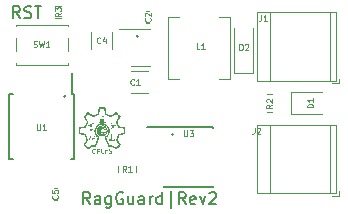
<source format=gbr>
%TF.GenerationSoftware,KiCad,Pcbnew,7.0.2-0*%
%TF.CreationDate,2023-05-15T10:38:26-07:00*%
%TF.ProjectId,RagGuard_V2,52616747-7561-4726-945f-56322e6b6963,rev?*%
%TF.SameCoordinates,Original*%
%TF.FileFunction,Legend,Top*%
%TF.FilePolarity,Positive*%
%FSLAX46Y46*%
G04 Gerber Fmt 4.6, Leading zero omitted, Abs format (unit mm)*
G04 Created by KiCad (PCBNEW 7.0.2-0) date 2023-05-15 10:38:26*
%MOMM*%
%LPD*%
G01*
G04 APERTURE LIST*
%ADD10C,0.147509*%
%ADD11C,0.140486*%
%ADD12C,0.100000*%
%ADD13C,0.150000*%
%ADD14C,0.120000*%
G04 APERTURE END LIST*
D10*
X200140003Y-116666118D02*
G75*
G03*
X200140003Y-116666118I-73754J0D01*
G01*
X191008629Y-113446380D02*
G75*
G03*
X191008629Y-113446380I-73754J0D01*
G01*
D11*
X197174243Y-108351923D02*
G75*
G03*
X197174243Y-108351923I-70243J0D01*
G01*
D12*
X196153684Y-119816588D02*
X195987018Y-119578493D01*
X195867970Y-119816588D02*
X195867970Y-119316588D01*
X195867970Y-119316588D02*
X196058446Y-119316588D01*
X196058446Y-119316588D02*
X196106065Y-119340398D01*
X196106065Y-119340398D02*
X196129875Y-119364207D01*
X196129875Y-119364207D02*
X196153684Y-119411826D01*
X196153684Y-119411826D02*
X196153684Y-119483255D01*
X196153684Y-119483255D02*
X196129875Y-119530874D01*
X196129875Y-119530874D02*
X196106065Y-119554683D01*
X196106065Y-119554683D02*
X196058446Y-119578493D01*
X196058446Y-119578493D02*
X195867970Y-119578493D01*
X196629875Y-119816588D02*
X196344161Y-119816588D01*
X196487018Y-119816588D02*
X196487018Y-119316588D01*
X196487018Y-119316588D02*
X196439399Y-119388017D01*
X196439399Y-119388017D02*
X196391780Y-119435636D01*
X196391780Y-119435636D02*
X196344161Y-119459445D01*
X188587047Y-115770809D02*
X188587047Y-116175571D01*
X188587047Y-116175571D02*
X188610857Y-116223190D01*
X188610857Y-116223190D02*
X188634666Y-116247000D01*
X188634666Y-116247000D02*
X188682285Y-116270809D01*
X188682285Y-116270809D02*
X188777523Y-116270809D01*
X188777523Y-116270809D02*
X188825142Y-116247000D01*
X188825142Y-116247000D02*
X188848952Y-116223190D01*
X188848952Y-116223190D02*
X188872761Y-116175571D01*
X188872761Y-116175571D02*
X188872761Y-115770809D01*
X189372762Y-116270809D02*
X189087048Y-116270809D01*
X189229905Y-116270809D02*
X189229905Y-115770809D01*
X189229905Y-115770809D02*
X189182286Y-115842238D01*
X189182286Y-115842238D02*
X189134667Y-115889857D01*
X189134667Y-115889857D02*
X189087048Y-115913666D01*
X207588812Y-106557922D02*
X207588812Y-106915065D01*
X207588812Y-106915065D02*
X207565003Y-106986493D01*
X207565003Y-106986493D02*
X207517384Y-107034113D01*
X207517384Y-107034113D02*
X207445955Y-107057922D01*
X207445955Y-107057922D02*
X207398336Y-107057922D01*
X208088812Y-107057922D02*
X207803098Y-107057922D01*
X207945955Y-107057922D02*
X207945955Y-106557922D01*
X207945955Y-106557922D02*
X207898336Y-106629351D01*
X207898336Y-106629351D02*
X207850717Y-106676970D01*
X207850717Y-106676970D02*
X207803098Y-106700779D01*
D13*
X193096189Y-122559619D02*
X192762856Y-122083428D01*
X192524761Y-122559619D02*
X192524761Y-121559619D01*
X192524761Y-121559619D02*
X192905713Y-121559619D01*
X192905713Y-121559619D02*
X193000951Y-121607238D01*
X193000951Y-121607238D02*
X193048570Y-121654857D01*
X193048570Y-121654857D02*
X193096189Y-121750095D01*
X193096189Y-121750095D02*
X193096189Y-121892952D01*
X193096189Y-121892952D02*
X193048570Y-121988190D01*
X193048570Y-121988190D02*
X193000951Y-122035809D01*
X193000951Y-122035809D02*
X192905713Y-122083428D01*
X192905713Y-122083428D02*
X192524761Y-122083428D01*
X193953332Y-122559619D02*
X193953332Y-122035809D01*
X193953332Y-122035809D02*
X193905713Y-121940571D01*
X193905713Y-121940571D02*
X193810475Y-121892952D01*
X193810475Y-121892952D02*
X193619999Y-121892952D01*
X193619999Y-121892952D02*
X193524761Y-121940571D01*
X193953332Y-122512000D02*
X193858094Y-122559619D01*
X193858094Y-122559619D02*
X193619999Y-122559619D01*
X193619999Y-122559619D02*
X193524761Y-122512000D01*
X193524761Y-122512000D02*
X193477142Y-122416761D01*
X193477142Y-122416761D02*
X193477142Y-122321523D01*
X193477142Y-122321523D02*
X193524761Y-122226285D01*
X193524761Y-122226285D02*
X193619999Y-122178666D01*
X193619999Y-122178666D02*
X193858094Y-122178666D01*
X193858094Y-122178666D02*
X193953332Y-122131047D01*
X194858094Y-121892952D02*
X194858094Y-122702476D01*
X194858094Y-122702476D02*
X194810475Y-122797714D01*
X194810475Y-122797714D02*
X194762856Y-122845333D01*
X194762856Y-122845333D02*
X194667618Y-122892952D01*
X194667618Y-122892952D02*
X194524761Y-122892952D01*
X194524761Y-122892952D02*
X194429523Y-122845333D01*
X194858094Y-122512000D02*
X194762856Y-122559619D01*
X194762856Y-122559619D02*
X194572380Y-122559619D01*
X194572380Y-122559619D02*
X194477142Y-122512000D01*
X194477142Y-122512000D02*
X194429523Y-122464380D01*
X194429523Y-122464380D02*
X194381904Y-122369142D01*
X194381904Y-122369142D02*
X194381904Y-122083428D01*
X194381904Y-122083428D02*
X194429523Y-121988190D01*
X194429523Y-121988190D02*
X194477142Y-121940571D01*
X194477142Y-121940571D02*
X194572380Y-121892952D01*
X194572380Y-121892952D02*
X194762856Y-121892952D01*
X194762856Y-121892952D02*
X194858094Y-121940571D01*
X195858094Y-121607238D02*
X195762856Y-121559619D01*
X195762856Y-121559619D02*
X195619999Y-121559619D01*
X195619999Y-121559619D02*
X195477142Y-121607238D01*
X195477142Y-121607238D02*
X195381904Y-121702476D01*
X195381904Y-121702476D02*
X195334285Y-121797714D01*
X195334285Y-121797714D02*
X195286666Y-121988190D01*
X195286666Y-121988190D02*
X195286666Y-122131047D01*
X195286666Y-122131047D02*
X195334285Y-122321523D01*
X195334285Y-122321523D02*
X195381904Y-122416761D01*
X195381904Y-122416761D02*
X195477142Y-122512000D01*
X195477142Y-122512000D02*
X195619999Y-122559619D01*
X195619999Y-122559619D02*
X195715237Y-122559619D01*
X195715237Y-122559619D02*
X195858094Y-122512000D01*
X195858094Y-122512000D02*
X195905713Y-122464380D01*
X195905713Y-122464380D02*
X195905713Y-122131047D01*
X195905713Y-122131047D02*
X195715237Y-122131047D01*
X196762856Y-121892952D02*
X196762856Y-122559619D01*
X196334285Y-121892952D02*
X196334285Y-122416761D01*
X196334285Y-122416761D02*
X196381904Y-122512000D01*
X196381904Y-122512000D02*
X196477142Y-122559619D01*
X196477142Y-122559619D02*
X196619999Y-122559619D01*
X196619999Y-122559619D02*
X196715237Y-122512000D01*
X196715237Y-122512000D02*
X196762856Y-122464380D01*
X197667618Y-122559619D02*
X197667618Y-122035809D01*
X197667618Y-122035809D02*
X197619999Y-121940571D01*
X197619999Y-121940571D02*
X197524761Y-121892952D01*
X197524761Y-121892952D02*
X197334285Y-121892952D01*
X197334285Y-121892952D02*
X197239047Y-121940571D01*
X197667618Y-122512000D02*
X197572380Y-122559619D01*
X197572380Y-122559619D02*
X197334285Y-122559619D01*
X197334285Y-122559619D02*
X197239047Y-122512000D01*
X197239047Y-122512000D02*
X197191428Y-122416761D01*
X197191428Y-122416761D02*
X197191428Y-122321523D01*
X197191428Y-122321523D02*
X197239047Y-122226285D01*
X197239047Y-122226285D02*
X197334285Y-122178666D01*
X197334285Y-122178666D02*
X197572380Y-122178666D01*
X197572380Y-122178666D02*
X197667618Y-122131047D01*
X198143809Y-122559619D02*
X198143809Y-121892952D01*
X198143809Y-122083428D02*
X198191428Y-121988190D01*
X198191428Y-121988190D02*
X198239047Y-121940571D01*
X198239047Y-121940571D02*
X198334285Y-121892952D01*
X198334285Y-121892952D02*
X198429523Y-121892952D01*
X199191428Y-122559619D02*
X199191428Y-121559619D01*
X199191428Y-122512000D02*
X199096190Y-122559619D01*
X199096190Y-122559619D02*
X198905714Y-122559619D01*
X198905714Y-122559619D02*
X198810476Y-122512000D01*
X198810476Y-122512000D02*
X198762857Y-122464380D01*
X198762857Y-122464380D02*
X198715238Y-122369142D01*
X198715238Y-122369142D02*
X198715238Y-122083428D01*
X198715238Y-122083428D02*
X198762857Y-121988190D01*
X198762857Y-121988190D02*
X198810476Y-121940571D01*
X198810476Y-121940571D02*
X198905714Y-121892952D01*
X198905714Y-121892952D02*
X199096190Y-121892952D01*
X199096190Y-121892952D02*
X199191428Y-121940571D01*
X199905714Y-122892952D02*
X199905714Y-121464380D01*
X201191428Y-122559619D02*
X200858095Y-122083428D01*
X200620000Y-122559619D02*
X200620000Y-121559619D01*
X200620000Y-121559619D02*
X201000952Y-121559619D01*
X201000952Y-121559619D02*
X201096190Y-121607238D01*
X201096190Y-121607238D02*
X201143809Y-121654857D01*
X201143809Y-121654857D02*
X201191428Y-121750095D01*
X201191428Y-121750095D02*
X201191428Y-121892952D01*
X201191428Y-121892952D02*
X201143809Y-121988190D01*
X201143809Y-121988190D02*
X201096190Y-122035809D01*
X201096190Y-122035809D02*
X201000952Y-122083428D01*
X201000952Y-122083428D02*
X200620000Y-122083428D01*
X202000952Y-122512000D02*
X201905714Y-122559619D01*
X201905714Y-122559619D02*
X201715238Y-122559619D01*
X201715238Y-122559619D02*
X201620000Y-122512000D01*
X201620000Y-122512000D02*
X201572381Y-122416761D01*
X201572381Y-122416761D02*
X201572381Y-122035809D01*
X201572381Y-122035809D02*
X201620000Y-121940571D01*
X201620000Y-121940571D02*
X201715238Y-121892952D01*
X201715238Y-121892952D02*
X201905714Y-121892952D01*
X201905714Y-121892952D02*
X202000952Y-121940571D01*
X202000952Y-121940571D02*
X202048571Y-122035809D01*
X202048571Y-122035809D02*
X202048571Y-122131047D01*
X202048571Y-122131047D02*
X201572381Y-122226285D01*
X202381905Y-121892952D02*
X202620000Y-122559619D01*
X202620000Y-122559619D02*
X202858095Y-121892952D01*
X203191429Y-121654857D02*
X203239048Y-121607238D01*
X203239048Y-121607238D02*
X203334286Y-121559619D01*
X203334286Y-121559619D02*
X203572381Y-121559619D01*
X203572381Y-121559619D02*
X203667619Y-121607238D01*
X203667619Y-121607238D02*
X203715238Y-121654857D01*
X203715238Y-121654857D02*
X203762857Y-121750095D01*
X203762857Y-121750095D02*
X203762857Y-121845333D01*
X203762857Y-121845333D02*
X203715238Y-121988190D01*
X203715238Y-121988190D02*
X203143810Y-122559619D01*
X203143810Y-122559619D02*
X203762857Y-122559619D01*
D12*
X198175290Y-106821946D02*
X198199100Y-106845755D01*
X198199100Y-106845755D02*
X198222909Y-106917184D01*
X198222909Y-106917184D02*
X198222909Y-106964803D01*
X198222909Y-106964803D02*
X198199100Y-107036231D01*
X198199100Y-107036231D02*
X198151480Y-107083850D01*
X198151480Y-107083850D02*
X198103861Y-107107660D01*
X198103861Y-107107660D02*
X198008623Y-107131469D01*
X198008623Y-107131469D02*
X197937195Y-107131469D01*
X197937195Y-107131469D02*
X197841957Y-107107660D01*
X197841957Y-107107660D02*
X197794338Y-107083850D01*
X197794338Y-107083850D02*
X197746719Y-107036231D01*
X197746719Y-107036231D02*
X197722909Y-106964803D01*
X197722909Y-106964803D02*
X197722909Y-106917184D01*
X197722909Y-106917184D02*
X197746719Y-106845755D01*
X197746719Y-106845755D02*
X197770528Y-106821946D01*
X197770528Y-106631469D02*
X197746719Y-106607660D01*
X197746719Y-106607660D02*
X197722909Y-106560041D01*
X197722909Y-106560041D02*
X197722909Y-106440993D01*
X197722909Y-106440993D02*
X197746719Y-106393374D01*
X197746719Y-106393374D02*
X197770528Y-106369565D01*
X197770528Y-106369565D02*
X197818147Y-106345755D01*
X197818147Y-106345755D02*
X197865766Y-106345755D01*
X197865766Y-106345755D02*
X197937195Y-106369565D01*
X197937195Y-106369565D02*
X198222909Y-106655279D01*
X198222909Y-106655279D02*
X198222909Y-106345755D01*
X190328805Y-121811938D02*
X190352615Y-121835747D01*
X190352615Y-121835747D02*
X190376424Y-121907176D01*
X190376424Y-121907176D02*
X190376424Y-121954795D01*
X190376424Y-121954795D02*
X190352615Y-122026223D01*
X190352615Y-122026223D02*
X190304995Y-122073842D01*
X190304995Y-122073842D02*
X190257376Y-122097652D01*
X190257376Y-122097652D02*
X190162138Y-122121461D01*
X190162138Y-122121461D02*
X190090710Y-122121461D01*
X190090710Y-122121461D02*
X189995472Y-122097652D01*
X189995472Y-122097652D02*
X189947853Y-122073842D01*
X189947853Y-122073842D02*
X189900234Y-122026223D01*
X189900234Y-122026223D02*
X189876424Y-121954795D01*
X189876424Y-121954795D02*
X189876424Y-121907176D01*
X189876424Y-121907176D02*
X189900234Y-121835747D01*
X189900234Y-121835747D02*
X189924043Y-121811938D01*
X189876424Y-121359557D02*
X189876424Y-121597652D01*
X189876424Y-121597652D02*
X190114519Y-121621461D01*
X190114519Y-121621461D02*
X190090710Y-121597652D01*
X190090710Y-121597652D02*
X190066900Y-121550033D01*
X190066900Y-121550033D02*
X190066900Y-121430985D01*
X190066900Y-121430985D02*
X190090710Y-121383366D01*
X190090710Y-121383366D02*
X190114519Y-121359557D01*
X190114519Y-121359557D02*
X190162138Y-121335747D01*
X190162138Y-121335747D02*
X190281186Y-121335747D01*
X190281186Y-121335747D02*
X190328805Y-121359557D01*
X190328805Y-121359557D02*
X190352615Y-121383366D01*
X190352615Y-121383366D02*
X190376424Y-121430985D01*
X190376424Y-121430985D02*
X190376424Y-121550033D01*
X190376424Y-121550033D02*
X190352615Y-121597652D01*
X190352615Y-121597652D02*
X190328805Y-121621461D01*
X190631725Y-106381297D02*
X190393630Y-106547963D01*
X190631725Y-106667011D02*
X190131725Y-106667011D01*
X190131725Y-106667011D02*
X190131725Y-106476535D01*
X190131725Y-106476535D02*
X190155535Y-106428916D01*
X190155535Y-106428916D02*
X190179344Y-106405106D01*
X190179344Y-106405106D02*
X190226963Y-106381297D01*
X190226963Y-106381297D02*
X190298392Y-106381297D01*
X190298392Y-106381297D02*
X190346011Y-106405106D01*
X190346011Y-106405106D02*
X190369820Y-106428916D01*
X190369820Y-106428916D02*
X190393630Y-106476535D01*
X190393630Y-106476535D02*
X190393630Y-106667011D01*
X190131725Y-106214630D02*
X190131725Y-105905106D01*
X190131725Y-105905106D02*
X190322201Y-106071773D01*
X190322201Y-106071773D02*
X190322201Y-106000344D01*
X190322201Y-106000344D02*
X190346011Y-105952725D01*
X190346011Y-105952725D02*
X190369820Y-105928916D01*
X190369820Y-105928916D02*
X190417439Y-105905106D01*
X190417439Y-105905106D02*
X190536487Y-105905106D01*
X190536487Y-105905106D02*
X190584106Y-105928916D01*
X190584106Y-105928916D02*
X190607916Y-105952725D01*
X190607916Y-105952725D02*
X190631725Y-106000344D01*
X190631725Y-106000344D02*
X190631725Y-106143201D01*
X190631725Y-106143201D02*
X190607916Y-106190820D01*
X190607916Y-106190820D02*
X190584106Y-106214630D01*
X207017335Y-116089981D02*
X207017335Y-116447124D01*
X207017335Y-116447124D02*
X206993526Y-116518552D01*
X206993526Y-116518552D02*
X206945907Y-116566172D01*
X206945907Y-116566172D02*
X206874478Y-116589981D01*
X206874478Y-116589981D02*
X206826859Y-116589981D01*
X207231621Y-116137600D02*
X207255430Y-116113791D01*
X207255430Y-116113791D02*
X207303049Y-116089981D01*
X207303049Y-116089981D02*
X207422097Y-116089981D01*
X207422097Y-116089981D02*
X207469716Y-116113791D01*
X207469716Y-116113791D02*
X207493525Y-116137600D01*
X207493525Y-116137600D02*
X207517335Y-116185219D01*
X207517335Y-116185219D02*
X207517335Y-116232838D01*
X207517335Y-116232838D02*
X207493525Y-116304267D01*
X207493525Y-116304267D02*
X207207811Y-116589981D01*
X207207811Y-116589981D02*
X207517335Y-116589981D01*
X208511309Y-114129333D02*
X208273214Y-114295999D01*
X208511309Y-114415047D02*
X208011309Y-114415047D01*
X208011309Y-114415047D02*
X208011309Y-114224571D01*
X208011309Y-114224571D02*
X208035119Y-114176952D01*
X208035119Y-114176952D02*
X208058928Y-114153142D01*
X208058928Y-114153142D02*
X208106547Y-114129333D01*
X208106547Y-114129333D02*
X208177976Y-114129333D01*
X208177976Y-114129333D02*
X208225595Y-114153142D01*
X208225595Y-114153142D02*
X208249404Y-114176952D01*
X208249404Y-114176952D02*
X208273214Y-114224571D01*
X208273214Y-114224571D02*
X208273214Y-114415047D01*
X208058928Y-113938856D02*
X208035119Y-113915047D01*
X208035119Y-113915047D02*
X208011309Y-113867428D01*
X208011309Y-113867428D02*
X208011309Y-113748380D01*
X208011309Y-113748380D02*
X208035119Y-113700761D01*
X208035119Y-113700761D02*
X208058928Y-113676952D01*
X208058928Y-113676952D02*
X208106547Y-113653142D01*
X208106547Y-113653142D02*
X208154166Y-113653142D01*
X208154166Y-113653142D02*
X208225595Y-113676952D01*
X208225595Y-113676952D02*
X208511309Y-113962666D01*
X208511309Y-113962666D02*
X208511309Y-113653142D01*
X202354666Y-109451309D02*
X202116571Y-109451309D01*
X202116571Y-109451309D02*
X202116571Y-108951309D01*
X202783238Y-109451309D02*
X202497524Y-109451309D01*
X202640381Y-109451309D02*
X202640381Y-108951309D01*
X202640381Y-108951309D02*
X202592762Y-109022738D01*
X202592762Y-109022738D02*
X202545143Y-109070357D01*
X202545143Y-109070357D02*
X202497524Y-109094166D01*
X205741303Y-109512517D02*
X205741303Y-109012517D01*
X205741303Y-109012517D02*
X205860351Y-109012517D01*
X205860351Y-109012517D02*
X205931779Y-109036327D01*
X205931779Y-109036327D02*
X205979398Y-109083946D01*
X205979398Y-109083946D02*
X206003208Y-109131565D01*
X206003208Y-109131565D02*
X206027017Y-109226803D01*
X206027017Y-109226803D02*
X206027017Y-109298231D01*
X206027017Y-109298231D02*
X206003208Y-109393469D01*
X206003208Y-109393469D02*
X205979398Y-109441088D01*
X205979398Y-109441088D02*
X205931779Y-109488708D01*
X205931779Y-109488708D02*
X205860351Y-109512517D01*
X205860351Y-109512517D02*
X205741303Y-109512517D01*
X206217494Y-109060136D02*
X206241303Y-109036327D01*
X206241303Y-109036327D02*
X206288922Y-109012517D01*
X206288922Y-109012517D02*
X206407970Y-109012517D01*
X206407970Y-109012517D02*
X206455589Y-109036327D01*
X206455589Y-109036327D02*
X206479398Y-109060136D01*
X206479398Y-109060136D02*
X206503208Y-109107755D01*
X206503208Y-109107755D02*
X206503208Y-109155374D01*
X206503208Y-109155374D02*
X206479398Y-109226803D01*
X206479398Y-109226803D02*
X206193684Y-109512517D01*
X206193684Y-109512517D02*
X206503208Y-109512517D01*
X193972666Y-108895690D02*
X193948857Y-108919500D01*
X193948857Y-108919500D02*
X193877428Y-108943309D01*
X193877428Y-108943309D02*
X193829809Y-108943309D01*
X193829809Y-108943309D02*
X193758381Y-108919500D01*
X193758381Y-108919500D02*
X193710762Y-108871880D01*
X193710762Y-108871880D02*
X193686952Y-108824261D01*
X193686952Y-108824261D02*
X193663143Y-108729023D01*
X193663143Y-108729023D02*
X193663143Y-108657595D01*
X193663143Y-108657595D02*
X193686952Y-108562357D01*
X193686952Y-108562357D02*
X193710762Y-108514738D01*
X193710762Y-108514738D02*
X193758381Y-108467119D01*
X193758381Y-108467119D02*
X193829809Y-108443309D01*
X193829809Y-108443309D02*
X193877428Y-108443309D01*
X193877428Y-108443309D02*
X193948857Y-108467119D01*
X193948857Y-108467119D02*
X193972666Y-108490928D01*
X194401238Y-108609976D02*
X194401238Y-108943309D01*
X194282190Y-108419500D02*
X194163143Y-108776642D01*
X194163143Y-108776642D02*
X194472666Y-108776642D01*
X201041047Y-116317309D02*
X201041047Y-116722071D01*
X201041047Y-116722071D02*
X201064857Y-116769690D01*
X201064857Y-116769690D02*
X201088666Y-116793500D01*
X201088666Y-116793500D02*
X201136285Y-116817309D01*
X201136285Y-116817309D02*
X201231523Y-116817309D01*
X201231523Y-116817309D02*
X201279142Y-116793500D01*
X201279142Y-116793500D02*
X201302952Y-116769690D01*
X201302952Y-116769690D02*
X201326761Y-116722071D01*
X201326761Y-116722071D02*
X201326761Y-116317309D01*
X201517238Y-116317309D02*
X201826762Y-116317309D01*
X201826762Y-116317309D02*
X201660095Y-116507785D01*
X201660095Y-116507785D02*
X201731524Y-116507785D01*
X201731524Y-116507785D02*
X201779143Y-116531595D01*
X201779143Y-116531595D02*
X201802952Y-116555404D01*
X201802952Y-116555404D02*
X201826762Y-116603023D01*
X201826762Y-116603023D02*
X201826762Y-116722071D01*
X201826762Y-116722071D02*
X201802952Y-116769690D01*
X201802952Y-116769690D02*
X201779143Y-116793500D01*
X201779143Y-116793500D02*
X201731524Y-116817309D01*
X201731524Y-116817309D02*
X201588667Y-116817309D01*
X201588667Y-116817309D02*
X201541048Y-116793500D01*
X201541048Y-116793500D02*
X201517238Y-116769690D01*
X211996312Y-114369867D02*
X211496312Y-114369867D01*
X211496312Y-114369867D02*
X211496312Y-114250819D01*
X211496312Y-114250819D02*
X211520122Y-114179391D01*
X211520122Y-114179391D02*
X211567741Y-114131772D01*
X211567741Y-114131772D02*
X211615360Y-114107962D01*
X211615360Y-114107962D02*
X211710598Y-114084153D01*
X211710598Y-114084153D02*
X211782026Y-114084153D01*
X211782026Y-114084153D02*
X211877264Y-114107962D01*
X211877264Y-114107962D02*
X211924883Y-114131772D01*
X211924883Y-114131772D02*
X211972503Y-114179391D01*
X211972503Y-114179391D02*
X211996312Y-114250819D01*
X211996312Y-114250819D02*
X211996312Y-114369867D01*
X211996312Y-113607962D02*
X211996312Y-113893676D01*
X211996312Y-113750819D02*
X211496312Y-113750819D01*
X211496312Y-113750819D02*
X211567741Y-113798438D01*
X211567741Y-113798438D02*
X211615360Y-113846057D01*
X211615360Y-113846057D02*
X211639169Y-113893676D01*
D13*
X187158380Y-106811619D02*
X186825047Y-106335428D01*
X186586952Y-106811619D02*
X186586952Y-105811619D01*
X186586952Y-105811619D02*
X186967904Y-105811619D01*
X186967904Y-105811619D02*
X187063142Y-105859238D01*
X187063142Y-105859238D02*
X187110761Y-105906857D01*
X187110761Y-105906857D02*
X187158380Y-106002095D01*
X187158380Y-106002095D02*
X187158380Y-106144952D01*
X187158380Y-106144952D02*
X187110761Y-106240190D01*
X187110761Y-106240190D02*
X187063142Y-106287809D01*
X187063142Y-106287809D02*
X186967904Y-106335428D01*
X186967904Y-106335428D02*
X186586952Y-106335428D01*
X187539333Y-106764000D02*
X187682190Y-106811619D01*
X187682190Y-106811619D02*
X187920285Y-106811619D01*
X187920285Y-106811619D02*
X188015523Y-106764000D01*
X188015523Y-106764000D02*
X188063142Y-106716380D01*
X188063142Y-106716380D02*
X188110761Y-106621142D01*
X188110761Y-106621142D02*
X188110761Y-106525904D01*
X188110761Y-106525904D02*
X188063142Y-106430666D01*
X188063142Y-106430666D02*
X188015523Y-106383047D01*
X188015523Y-106383047D02*
X187920285Y-106335428D01*
X187920285Y-106335428D02*
X187729809Y-106287809D01*
X187729809Y-106287809D02*
X187634571Y-106240190D01*
X187634571Y-106240190D02*
X187586952Y-106192571D01*
X187586952Y-106192571D02*
X187539333Y-106097333D01*
X187539333Y-106097333D02*
X187539333Y-106002095D01*
X187539333Y-106002095D02*
X187586952Y-105906857D01*
X187586952Y-105906857D02*
X187634571Y-105859238D01*
X187634571Y-105859238D02*
X187729809Y-105811619D01*
X187729809Y-105811619D02*
X187967904Y-105811619D01*
X187967904Y-105811619D02*
X188110761Y-105859238D01*
X188396476Y-105811619D02*
X188967904Y-105811619D01*
X188682190Y-106811619D02*
X188682190Y-105811619D01*
D12*
X196816968Y-112427725D02*
X196793159Y-112451535D01*
X196793159Y-112451535D02*
X196721730Y-112475344D01*
X196721730Y-112475344D02*
X196674111Y-112475344D01*
X196674111Y-112475344D02*
X196602683Y-112451535D01*
X196602683Y-112451535D02*
X196555064Y-112403915D01*
X196555064Y-112403915D02*
X196531254Y-112356296D01*
X196531254Y-112356296D02*
X196507445Y-112261058D01*
X196507445Y-112261058D02*
X196507445Y-112189630D01*
X196507445Y-112189630D02*
X196531254Y-112094392D01*
X196531254Y-112094392D02*
X196555064Y-112046773D01*
X196555064Y-112046773D02*
X196602683Y-111999154D01*
X196602683Y-111999154D02*
X196674111Y-111975344D01*
X196674111Y-111975344D02*
X196721730Y-111975344D01*
X196721730Y-111975344D02*
X196793159Y-111999154D01*
X196793159Y-111999154D02*
X196816968Y-112022963D01*
X197293159Y-112475344D02*
X197007445Y-112475344D01*
X197150302Y-112475344D02*
X197150302Y-111975344D01*
X197150302Y-111975344D02*
X197102683Y-112046773D01*
X197102683Y-112046773D02*
X197055064Y-112094392D01*
X197055064Y-112094392D02*
X197007445Y-112118201D01*
X188316103Y-109230553D02*
X188387531Y-109254362D01*
X188387531Y-109254362D02*
X188506579Y-109254362D01*
X188506579Y-109254362D02*
X188554198Y-109230553D01*
X188554198Y-109230553D02*
X188578007Y-109206743D01*
X188578007Y-109206743D02*
X188601817Y-109159124D01*
X188601817Y-109159124D02*
X188601817Y-109111505D01*
X188601817Y-109111505D02*
X188578007Y-109063886D01*
X188578007Y-109063886D02*
X188554198Y-109040076D01*
X188554198Y-109040076D02*
X188506579Y-109016267D01*
X188506579Y-109016267D02*
X188411341Y-108992457D01*
X188411341Y-108992457D02*
X188363722Y-108968648D01*
X188363722Y-108968648D02*
X188339912Y-108944838D01*
X188339912Y-108944838D02*
X188316103Y-108897219D01*
X188316103Y-108897219D02*
X188316103Y-108849600D01*
X188316103Y-108849600D02*
X188339912Y-108801981D01*
X188339912Y-108801981D02*
X188363722Y-108778172D01*
X188363722Y-108778172D02*
X188411341Y-108754362D01*
X188411341Y-108754362D02*
X188530388Y-108754362D01*
X188530388Y-108754362D02*
X188601817Y-108778172D01*
X188768483Y-108754362D02*
X188887531Y-109254362D01*
X188887531Y-109254362D02*
X188982769Y-108897219D01*
X188982769Y-108897219D02*
X189078007Y-109254362D01*
X189078007Y-109254362D02*
X189197055Y-108754362D01*
X189649436Y-109254362D02*
X189363722Y-109254362D01*
X189506579Y-109254362D02*
X189506579Y-108754362D01*
X189506579Y-108754362D02*
X189458960Y-108825791D01*
X189458960Y-108825791D02*
X189411341Y-108873410D01*
X189411341Y-108873410D02*
X189363722Y-108897219D01*
D14*
%TO.C,U2*%
X197331017Y-107734119D02*
X195531017Y-107734119D01*
X197331017Y-107734119D02*
X198131017Y-107734119D01*
X197331017Y-110854119D02*
X196531017Y-110854119D01*
X197331017Y-110854119D02*
X198131017Y-110854119D01*
%TO.C,C1*%
X196598238Y-111299274D02*
X198020742Y-111299274D01*
X196598238Y-113119274D02*
X198020742Y-113119274D01*
D13*
%TO.C,U1*%
X191755000Y-113250000D02*
X191550000Y-113250000D01*
X191755000Y-113250000D02*
X191755000Y-118750000D01*
X191550000Y-113250000D02*
X191550000Y-111500000D01*
X186245000Y-113250000D02*
X186545000Y-113250000D01*
X186245000Y-113250000D02*
X186245000Y-118750000D01*
X191755000Y-118750000D02*
X191455000Y-118750000D01*
X186245000Y-118750000D02*
X186545000Y-118750000D01*
D14*
%TO.C,D2*%
X205282351Y-111468376D02*
X206882351Y-111468376D01*
X205282351Y-111468376D02*
X205282351Y-107618376D01*
X206882351Y-111468376D02*
X206882351Y-107618376D01*
%TO.C,R2*%
X208496525Y-114730799D02*
X208042397Y-114730799D01*
X208496525Y-113260799D02*
X208042397Y-113260799D01*
D13*
%TO.C,U3*%
X199335000Y-116005000D02*
X199335000Y-116055000D01*
X199335000Y-116005000D02*
X203485000Y-116005000D01*
X199335000Y-116055000D02*
X197935000Y-116055000D01*
X199335000Y-121155000D02*
X199335000Y-121010000D01*
X199335000Y-121155000D02*
X203485000Y-121155000D01*
X203485000Y-116005000D02*
X203485000Y-116150000D01*
X203485000Y-121155000D02*
X203485000Y-121010000D01*
D14*
%TO.C,R1*%
X195475000Y-119827064D02*
X195475000Y-119372936D01*
X196945000Y-119827064D02*
X196945000Y-119372936D01*
%TO.C,J1*%
X213536000Y-112350000D02*
X214176000Y-112350000D01*
X214176000Y-112350000D02*
X214176000Y-111950000D01*
X207196000Y-112110000D02*
X213936000Y-112110000D01*
X207196000Y-112110000D02*
X207196000Y-106330000D01*
X208316000Y-112110000D02*
X208316000Y-106330000D01*
X213416000Y-112110000D02*
X213416000Y-106330000D01*
X213936000Y-112110000D02*
X213936000Y-106330000D01*
X207196000Y-106330000D02*
X213936000Y-106330000D01*
%TO.C,C5*%
X190280580Y-122240000D02*
X189999420Y-122240000D01*
X190280580Y-121220000D02*
X189999420Y-121220000D01*
%TO.C,L1*%
X199649724Y-111984749D02*
X199649724Y-106704749D01*
X200594724Y-111984749D02*
X199649724Y-111984749D01*
X203984724Y-111984749D02*
X204929724Y-111984749D01*
X204929724Y-111984749D02*
X204929724Y-106704749D01*
X199649724Y-106704749D02*
X200594724Y-106704749D01*
X204929724Y-106704749D02*
X203984724Y-106704749D01*
%TO.C,G\u002A\u002A\u002A*%
G36*
X193107031Y-115825590D02*
G01*
X193110000Y-115840968D01*
X193106350Y-115858742D01*
X193096689Y-115861683D01*
X193089710Y-115856637D01*
X193084082Y-115841219D01*
X193092062Y-115827170D01*
X193096956Y-115824507D01*
X193107031Y-115825590D01*
G37*
G36*
X194414347Y-115640695D02*
G01*
X194414347Y-115662434D01*
X194114347Y-115662434D01*
X193814347Y-115662434D01*
X193814347Y-115640695D01*
X193814347Y-115618956D01*
X194114347Y-115618956D01*
X194414347Y-115618956D01*
X194414347Y-115640695D01*
G37*
G36*
X195030178Y-117026216D02*
G01*
X195031739Y-117035834D01*
X195027746Y-117052481D01*
X195023043Y-117058086D01*
X195016595Y-117055008D01*
X195014347Y-117041208D01*
X195017261Y-117024623D01*
X195023043Y-117018956D01*
X195030178Y-117026216D01*
G37*
G36*
X195083913Y-115966782D02*
G01*
X195083913Y-116045043D01*
X195023043Y-116045043D01*
X194962173Y-116045043D01*
X194962173Y-115966782D01*
X194962173Y-115888521D01*
X195023043Y-115888521D01*
X195083913Y-115888521D01*
X195083913Y-115966782D01*
G37*
G36*
X195063121Y-117019743D02*
G01*
X195073995Y-117034553D01*
X195069799Y-117050293D01*
X195049855Y-117069200D01*
X195047692Y-117070818D01*
X195030567Y-117082818D01*
X195024311Y-117084454D01*
X195026209Y-117076220D01*
X195026842Y-117074628D01*
X195034869Y-117053879D01*
X195042271Y-117033895D01*
X195050137Y-117017916D01*
X195058661Y-117016636D01*
X195063121Y-117019743D01*
G37*
G36*
X194854119Y-117034936D02*
G01*
X194864317Y-117055253D01*
X194871038Y-117061709D01*
X194872591Y-117053696D01*
X194870092Y-117040695D01*
X194868978Y-117023618D01*
X194874274Y-117018956D01*
X194881255Y-117026248D01*
X194882985Y-117043954D01*
X194879172Y-117065817D01*
X194876780Y-117072556D01*
X194871330Y-117080886D01*
X194862457Y-117079184D01*
X194846049Y-117067158D01*
X194830149Y-117052549D01*
X194826516Y-117040882D01*
X194831893Y-117027364D01*
X194842557Y-117007437D01*
X194854119Y-117034936D01*
G37*
G36*
X194879664Y-115940809D02*
G01*
X194881350Y-115942151D01*
X194899977Y-115950569D01*
X194922237Y-115953739D01*
X194943297Y-115957393D01*
X194949130Y-115966782D01*
X194942531Y-115976472D01*
X194923987Y-115978020D01*
X194898773Y-115981034D01*
X194880748Y-115988890D01*
X194864193Y-115999199D01*
X194853112Y-115999956D01*
X194841912Y-115993966D01*
X194834209Y-115980419D01*
X194833605Y-115968958D01*
X194842535Y-115968958D01*
X194845066Y-115975937D01*
X194856212Y-115982350D01*
X194868151Y-115975850D01*
X194873681Y-115963888D01*
X194870054Y-115951505D01*
X194863324Y-115949391D01*
X194847521Y-115955361D01*
X194842535Y-115968958D01*
X194833605Y-115968958D01*
X194833216Y-115961565D01*
X194841892Y-115940218D01*
X194858774Y-115932735D01*
X194879664Y-115940809D01*
G37*
G36*
X193328704Y-116871366D02*
G01*
X193355940Y-116888986D01*
X193368340Y-116899485D01*
X193384584Y-116924350D01*
X193393437Y-116959013D01*
X193393858Y-116997081D01*
X193388414Y-117022838D01*
X193376423Y-117045553D01*
X193357961Y-117066122D01*
X193336354Y-117082695D01*
X193314926Y-117093426D01*
X193297003Y-117096467D01*
X193285908Y-117089970D01*
X193283913Y-117080913D01*
X193291180Y-117066587D01*
X193309995Y-117059392D01*
X193334855Y-117046520D01*
X193355692Y-117021873D01*
X193368568Y-116991065D01*
X193370837Y-116972635D01*
X193364158Y-116949054D01*
X193347414Y-116924969D01*
X193325628Y-116905880D01*
X193303822Y-116897287D01*
X193301973Y-116897217D01*
X193286993Y-116891407D01*
X193283913Y-116879826D01*
X193289840Y-116866122D01*
X193305720Y-116863524D01*
X193328704Y-116871366D01*
G37*
G36*
X195203584Y-115935956D02*
G01*
X195212608Y-115942434D01*
X195222450Y-115961409D01*
X195214999Y-115981567D01*
X195209378Y-115987900D01*
X195192555Y-116000111D01*
X195177700Y-115997047D01*
X195167660Y-115988418D01*
X195148823Y-115979284D01*
X195126072Y-115977548D01*
X195105052Y-115976685D01*
X195095612Y-115968081D01*
X195095343Y-115967153D01*
X195170795Y-115967153D01*
X195176847Y-115978557D01*
X195189437Y-115982080D01*
X195199678Y-115973522D01*
X195201304Y-115966177D01*
X195194076Y-115954414D01*
X195186086Y-115951046D01*
X195173879Y-115954778D01*
X195170795Y-115967153D01*
X195095343Y-115967153D01*
X195094235Y-115963327D01*
X195094168Y-115952714D01*
X195102966Y-115949653D01*
X195121620Y-115951823D01*
X195148989Y-115952268D01*
X195162700Y-115944409D01*
X195181834Y-115933078D01*
X195203584Y-115935956D01*
G37*
G36*
X195252906Y-115885334D02*
G01*
X195266295Y-115896810D01*
X195270380Y-115913889D01*
X195261156Y-115933124D01*
X195261035Y-115933257D01*
X195241617Y-115947652D01*
X195223897Y-115945017D01*
X195213719Y-115935590D01*
X195201893Y-115927517D01*
X195181303Y-115924171D01*
X195149611Y-115924720D01*
X195119597Y-115925556D01*
X195103322Y-115923380D01*
X195098040Y-115918247D01*
X195225457Y-115918247D01*
X195227391Y-115923304D01*
X195238402Y-115931861D01*
X195247165Y-115925436D01*
X195249130Y-115914608D01*
X195245701Y-115900475D01*
X195240947Y-115897217D01*
X195228827Y-115904094D01*
X195225457Y-115918247D01*
X195098040Y-115918247D01*
X195097293Y-115917521D01*
X195096956Y-115914608D01*
X195100389Y-115907260D01*
X195113046Y-115904001D01*
X195138467Y-115904133D01*
X195147463Y-115904627D01*
X195180756Y-115905021D01*
X195202135Y-115900653D01*
X195214231Y-115892974D01*
X195234216Y-115882906D01*
X195252906Y-115885334D01*
G37*
G36*
X194826964Y-115888152D02*
G01*
X194832367Y-115893626D01*
X194844193Y-115901699D01*
X194864783Y-115905046D01*
X194896475Y-115904496D01*
X194926489Y-115903660D01*
X194942764Y-115905836D01*
X194948793Y-115911695D01*
X194949130Y-115914608D01*
X194945759Y-115921855D01*
X194933317Y-115925194D01*
X194908310Y-115925296D01*
X194896475Y-115924720D01*
X194863568Y-115924232D01*
X194843480Y-115927783D01*
X194832367Y-115935590D01*
X194813976Y-115948302D01*
X194796087Y-115946313D01*
X194783964Y-115930483D01*
X194783107Y-115927539D01*
X194783031Y-115917800D01*
X194790678Y-115917800D01*
X194792437Y-115923028D01*
X194805144Y-115930256D01*
X194820852Y-115926902D01*
X194829567Y-115916787D01*
X194826498Y-115905527D01*
X194813863Y-115899345D01*
X194799347Y-115901116D01*
X194795390Y-115904000D01*
X194790678Y-115917800D01*
X194783031Y-115917800D01*
X194782920Y-115903637D01*
X194792956Y-115887186D01*
X194809032Y-115881064D01*
X194826964Y-115888152D01*
G37*
G36*
X193320137Y-116795438D02*
G01*
X193366218Y-116810051D01*
X193408141Y-116839687D01*
X193442897Y-116882016D01*
X193451753Y-116897365D01*
X193466481Y-116928555D01*
X193473002Y-116953712D01*
X193473170Y-116980991D01*
X193472495Y-116988521D01*
X193459436Y-117041920D01*
X193433118Y-117089779D01*
X193396239Y-117128521D01*
X193351498Y-117154570D01*
X193345658Y-117156697D01*
X193311860Y-117165482D01*
X193291029Y-117164543D01*
X193283913Y-117153914D01*
X193283913Y-117153904D01*
X193291408Y-117142968D01*
X193307826Y-117135941D01*
X193355134Y-117117828D01*
X193397772Y-117086266D01*
X193407554Y-117076047D01*
X193428550Y-117040346D01*
X193438511Y-116996591D01*
X193437277Y-116950300D01*
X193424689Y-116906992D01*
X193413032Y-116886674D01*
X193392792Y-116865574D01*
X193364670Y-116844888D01*
X193334679Y-116828307D01*
X193308831Y-116819520D01*
X193302714Y-116818956D01*
X193287122Y-116813462D01*
X193283913Y-116804768D01*
X193287003Y-116796049D01*
X193299091Y-116793498D01*
X193320137Y-116795438D01*
G37*
G36*
X195148536Y-116000594D02*
G01*
X195180247Y-116009190D01*
X195197945Y-116022142D01*
X195204960Y-116042515D01*
X195205519Y-116053054D01*
X195211425Y-116076455D01*
X195219750Y-116089687D01*
X195229283Y-116109788D01*
X195221999Y-116128607D01*
X195206747Y-116140109D01*
X195189255Y-116144327D01*
X195175821Y-116135709D01*
X195164625Y-116117413D01*
X195180154Y-116117413D01*
X195185125Y-116125966D01*
X195195765Y-116127988D01*
X195204207Y-116118039D01*
X195205652Y-116109747D01*
X195198680Y-116098667D01*
X195192608Y-116097217D01*
X195181670Y-116103701D01*
X195180154Y-116117413D01*
X195164625Y-116117413D01*
X195163253Y-116115171D01*
X195167988Y-116096113D01*
X195175661Y-116088153D01*
X195185476Y-116069946D01*
X195186531Y-116050131D01*
X195181692Y-116030459D01*
X195168920Y-116022103D01*
X195159474Y-116020502D01*
X195137504Y-116021562D01*
X195123671Y-116027131D01*
X195111027Y-116031100D01*
X195101087Y-116023043D01*
X195094111Y-116007992D01*
X195102415Y-115999298D01*
X195124895Y-115997481D01*
X195148536Y-116000594D01*
G37*
G36*
X193846594Y-117875946D02*
G01*
X193874193Y-117877941D01*
X193893829Y-117882349D01*
X193910211Y-117890054D01*
X193921064Y-117897058D01*
X193948053Y-117919963D01*
X193963592Y-117946194D01*
X193970166Y-117981058D01*
X193970869Y-118003327D01*
X193963419Y-118049405D01*
X193941821Y-118086224D01*
X193907202Y-118112835D01*
X193860690Y-118128293D01*
X193817633Y-118132000D01*
X193770869Y-118132000D01*
X193770869Y-118214608D01*
X193770869Y-118297217D01*
X193744628Y-118297217D01*
X193718386Y-118297217D01*
X193720714Y-118086347D01*
X193722611Y-117914608D01*
X193770869Y-117914608D01*
X193770869Y-118002642D01*
X193770869Y-118090675D01*
X193819260Y-118086662D01*
X193853745Y-118081376D01*
X193877418Y-118070934D01*
X193889350Y-118060949D01*
X193905912Y-118033412D01*
X193911957Y-117998874D01*
X193906765Y-117964705D01*
X193900134Y-117950704D01*
X193880541Y-117933473D01*
X193848718Y-117920970D01*
X193809572Y-117914946D01*
X193799130Y-117914657D01*
X193770869Y-117914608D01*
X193722611Y-117914608D01*
X193723043Y-117875478D01*
X193806325Y-117875478D01*
X193846594Y-117875946D01*
G37*
G36*
X195013725Y-116066033D02*
G01*
X195021158Y-116081491D01*
X195012705Y-116090440D01*
X194988680Y-116092695D01*
X194970627Y-116091219D01*
X194927391Y-116086099D01*
X194927391Y-116116814D01*
X194931126Y-116141480D01*
X194940434Y-116152535D01*
X194951404Y-116164543D01*
X194952139Y-116183158D01*
X194943043Y-116199826D01*
X194926250Y-116209000D01*
X194903991Y-116204707D01*
X194903478Y-116204501D01*
X194896244Y-116194595D01*
X194893025Y-116177628D01*
X194903311Y-116177628D01*
X194905652Y-116184173D01*
X194918259Y-116192792D01*
X194931066Y-116188423D01*
X194936086Y-116175478D01*
X194930870Y-116161379D01*
X194923556Y-116158086D01*
X194908266Y-116164128D01*
X194903311Y-116177628D01*
X194893025Y-116177628D01*
X194892944Y-116177203D01*
X194893872Y-116159795D01*
X194899322Y-116149841D01*
X194901304Y-116149391D01*
X194907187Y-116141779D01*
X194909966Y-116123203D01*
X194910000Y-116120695D01*
X194914775Y-116091784D01*
X194930322Y-116075894D01*
X194957826Y-116071130D01*
X194979813Y-116068394D01*
X194993846Y-116062066D01*
X195005372Y-116058952D01*
X195013725Y-116066033D01*
G37*
G36*
X195060689Y-116059856D02*
G01*
X195075304Y-116065172D01*
X195098230Y-116070265D01*
X195101008Y-116070730D01*
X195121947Y-116076054D01*
X195131312Y-116086861D01*
X195134619Y-116106013D01*
X195141331Y-116131477D01*
X195153603Y-116151344D01*
X195154185Y-116151903D01*
X195168301Y-116168351D01*
X195167757Y-116181674D01*
X195154967Y-116195869D01*
X195135737Y-116208673D01*
X195119999Y-116206566D01*
X195111739Y-116199826D01*
X195102410Y-116182091D01*
X195102879Y-116175478D01*
X195118695Y-116175478D01*
X195124132Y-116189641D01*
X195131739Y-116192869D01*
X195142361Y-116185620D01*
X195144782Y-116175478D01*
X195139345Y-116161314D01*
X195131739Y-116158086D01*
X195121116Y-116165336D01*
X195118695Y-116175478D01*
X195102879Y-116175478D01*
X195103720Y-116163637D01*
X195114347Y-116152535D01*
X195124213Y-116139954D01*
X195127391Y-116116814D01*
X195127391Y-116086099D01*
X195084155Y-116091219D01*
X195056824Y-116092700D01*
X195039129Y-116090167D01*
X195035580Y-116087702D01*
X195035562Y-116074904D01*
X195044851Y-116062907D01*
X195057244Y-116058593D01*
X195060689Y-116059856D01*
G37*
G36*
X195177820Y-115676323D02*
G01*
X195183319Y-115685762D01*
X195181999Y-115703037D01*
X195169881Y-115719518D01*
X195152709Y-115729034D01*
X195143055Y-115729028D01*
X195127772Y-115732795D01*
X195106454Y-115751159D01*
X195092713Y-115766657D01*
X195070192Y-115795936D01*
X195059724Y-115816816D01*
X195060288Y-115832367D01*
X195067503Y-115842546D01*
X195072937Y-115856157D01*
X195071337Y-115861677D01*
X195058479Y-115870150D01*
X195042982Y-115869081D01*
X195037133Y-115864128D01*
X195034922Y-115846082D01*
X195042139Y-115819653D01*
X195056811Y-115789588D01*
X195076964Y-115760635D01*
X195083059Y-115753658D01*
X195102219Y-115730262D01*
X195115155Y-115709474D01*
X195118695Y-115698476D01*
X195119117Y-115697217D01*
X195136086Y-115697217D01*
X195140488Y-115711489D01*
X195151304Y-115712953D01*
X195164240Y-115704378D01*
X195166521Y-115697217D01*
X195159292Y-115684939D01*
X195151304Y-115681481D01*
X195138978Y-115684506D01*
X195136086Y-115697217D01*
X195119117Y-115697217D01*
X195125394Y-115678494D01*
X195141487Y-115667353D01*
X195160964Y-115666235D01*
X195177820Y-115676323D01*
G37*
G36*
X193341260Y-116721258D02*
G01*
X193373407Y-116732069D01*
X193430372Y-116761815D01*
X193476329Y-116802712D01*
X193510750Y-116852171D01*
X193533104Y-116907599D01*
X193542864Y-116966407D01*
X193539499Y-117026003D01*
X193522482Y-117083798D01*
X193491283Y-117137201D01*
X193462594Y-117168849D01*
X193429154Y-117193586D01*
X193386196Y-117216496D01*
X193341484Y-117233797D01*
X193316521Y-117240007D01*
X193295143Y-117242667D01*
X193285846Y-117239249D01*
X193283913Y-117229191D01*
X193288390Y-117217178D01*
X193304418Y-117210280D01*
X193317463Y-117208050D01*
X193374262Y-117191935D01*
X193425430Y-117160671D01*
X193468216Y-117116260D01*
X193489368Y-117082925D01*
X193504614Y-117040876D01*
X193512087Y-116991038D01*
X193511326Y-116940793D01*
X193501871Y-116897518D01*
X193501061Y-116895416D01*
X193477282Y-116852729D01*
X193443094Y-116813729D01*
X193402458Y-116781483D01*
X193359329Y-116759059D01*
X193317667Y-116749524D01*
X193312640Y-116749391D01*
X193292389Y-116747183D01*
X193284586Y-116738707D01*
X193283913Y-116732000D01*
X193290094Y-116718524D01*
X193309019Y-116714943D01*
X193341260Y-116721258D01*
G37*
G36*
X194931866Y-115727639D02*
G01*
X194946997Y-115739482D01*
X194952997Y-115757737D01*
X194947051Y-115777093D01*
X194940434Y-115784173D01*
X194930909Y-115800306D01*
X194927391Y-115820820D01*
X194928150Y-115835772D01*
X194933338Y-115843091D01*
X194947323Y-115844963D01*
X194973043Y-115843668D01*
X195000657Y-115842938D01*
X195014686Y-115845902D01*
X195018693Y-115853336D01*
X195018695Y-115853620D01*
X195015194Y-115863218D01*
X195002554Y-115867289D01*
X194977570Y-115866467D01*
X194962208Y-115864762D01*
X194932109Y-115857729D01*
X194915819Y-115843947D01*
X194910143Y-115820315D01*
X194910000Y-115814057D01*
X194907613Y-115792776D01*
X194901818Y-115780194D01*
X194901304Y-115779826D01*
X194892766Y-115765962D01*
X194893437Y-115755782D01*
X194904485Y-115755782D01*
X194907337Y-115761221D01*
X194921162Y-115766873D01*
X194933245Y-115761676D01*
X194936086Y-115753739D01*
X194929389Y-115742204D01*
X194923556Y-115740695D01*
X194909323Y-115745509D01*
X194904485Y-115755782D01*
X194893437Y-115755782D01*
X194894011Y-115747062D01*
X194903601Y-115731380D01*
X194910417Y-115727519D01*
X194931866Y-115727639D01*
G37*
G36*
X194947683Y-116001195D02*
G01*
X194951543Y-116011841D01*
X194944999Y-116023043D01*
X194932433Y-116031575D01*
X194922415Y-116027131D01*
X194905811Y-116021049D01*
X194886612Y-116020502D01*
X194868126Y-116026228D01*
X194860367Y-116041409D01*
X194859284Y-116048645D01*
X194861775Y-116072262D01*
X194870154Y-116081686D01*
X194881567Y-116096552D01*
X194882732Y-116117109D01*
X194873985Y-116135253D01*
X194867722Y-116140052D01*
X194848194Y-116143357D01*
X194835251Y-116136812D01*
X194825035Y-116126734D01*
X194823957Y-116113931D01*
X194824250Y-116112976D01*
X194837015Y-116112976D01*
X194845397Y-116123752D01*
X194856322Y-116127949D01*
X194858811Y-116127043D01*
X194865890Y-116115088D01*
X194866521Y-116109747D01*
X194860037Y-116099212D01*
X194846330Y-116097884D01*
X194837611Y-116102939D01*
X194837015Y-116112976D01*
X194824250Y-116112976D01*
X194829702Y-116095227D01*
X194837069Y-116070403D01*
X194840533Y-116049996D01*
X194840567Y-116048773D01*
X194845078Y-116026628D01*
X194860188Y-116011998D01*
X194888907Y-116002341D01*
X194897550Y-116000594D01*
X194929317Y-115997272D01*
X194947683Y-116001195D01*
G37*
G36*
X194292608Y-117892869D02*
G01*
X194292608Y-117914608D01*
X194205652Y-117914608D01*
X194118695Y-117914608D01*
X194118695Y-117984173D01*
X194118695Y-118053739D01*
X194192095Y-118053739D01*
X194232217Y-118054578D01*
X194257394Y-118057702D01*
X194270021Y-118064024D01*
X194272490Y-118074453D01*
X194269967Y-118083389D01*
X194263890Y-118090420D01*
X194250045Y-118094674D01*
X194225094Y-118096740D01*
X194191678Y-118097217D01*
X194118695Y-118097217D01*
X194118695Y-118170815D01*
X194118695Y-118244413D01*
X194203478Y-118246902D01*
X194242343Y-118248202D01*
X194267038Y-118249953D01*
X194280774Y-118253074D01*
X194286765Y-118258483D01*
X194288225Y-118267097D01*
X194288260Y-118271130D01*
X194288260Y-118292869D01*
X194183729Y-118295295D01*
X194132698Y-118295763D01*
X194097354Y-118294335D01*
X194076087Y-118290895D01*
X194068512Y-118287034D01*
X194064659Y-118277653D01*
X194061746Y-118257239D01*
X194059695Y-118224344D01*
X194058429Y-118177516D01*
X194057869Y-118115306D01*
X194057826Y-118087493D01*
X194058061Y-118031252D01*
X194058718Y-117980399D01*
X194059727Y-117937678D01*
X194061015Y-117905838D01*
X194062511Y-117887624D01*
X194063104Y-117884885D01*
X194067819Y-117879115D01*
X194078591Y-117875178D01*
X194098180Y-117872751D01*
X194129347Y-117871510D01*
X194174851Y-117871133D01*
X194180495Y-117871130D01*
X194292608Y-117871130D01*
X194292608Y-117892869D01*
G37*
G36*
X194212636Y-115063201D02*
G01*
X194231564Y-115065960D01*
X194239547Y-115071394D01*
X194240434Y-115075478D01*
X194243308Y-115081560D01*
X194253835Y-115085465D01*
X194274877Y-115087622D01*
X194309294Y-115088460D01*
X194327391Y-115088521D01*
X194414347Y-115088521D01*
X194414347Y-115110260D01*
X194414347Y-115132000D01*
X194327391Y-115132000D01*
X194287578Y-115132308D01*
X194262064Y-115133598D01*
X194247765Y-115136415D01*
X194241594Y-115141304D01*
X194240434Y-115147372D01*
X194235006Y-115167298D01*
X194221502Y-115190580D01*
X194204091Y-115211757D01*
X194186945Y-115225368D01*
X194179123Y-115227652D01*
X194162581Y-115220289D01*
X194145705Y-115201330D01*
X194144474Y-115199391D01*
X194131354Y-115175160D01*
X194122466Y-115153490D01*
X194121920Y-115151565D01*
X194119575Y-115144510D01*
X194115127Y-115139395D01*
X194106086Y-115135907D01*
X194089961Y-115133735D01*
X194064262Y-115132568D01*
X194026501Y-115132093D01*
X193974185Y-115132000D01*
X193965579Y-115132000D01*
X193814347Y-115132000D01*
X193814347Y-115110260D01*
X193814347Y-115088521D01*
X193966521Y-115088521D01*
X194022195Y-115088331D01*
X194062737Y-115087630D01*
X194090401Y-115086225D01*
X194107444Y-115083923D01*
X194116120Y-115080531D01*
X194118686Y-115075856D01*
X194118695Y-115075478D01*
X194122275Y-115068391D01*
X194135146Y-115064335D01*
X194160508Y-115062624D01*
X194179565Y-115062434D01*
X194212636Y-115063201D01*
G37*
G36*
X194552514Y-117981274D02*
G01*
X194581953Y-117995807D01*
X194607639Y-118015022D01*
X194622147Y-118033507D01*
X194625911Y-118050551D01*
X194628916Y-118081566D01*
X194630934Y-118123135D01*
X194631734Y-118171845D01*
X194631739Y-118175887D01*
X194631739Y-118297217D01*
X194606325Y-118297217D01*
X194580912Y-118297217D01*
X194578065Y-118180710D01*
X194576565Y-118132075D01*
X194574541Y-118097679D01*
X194571538Y-118074372D01*
X194567103Y-118059003D01*
X194560782Y-118048419D01*
X194558652Y-118045928D01*
X194534069Y-118030610D01*
X194504150Y-118029733D01*
X194474978Y-118042470D01*
X194457783Y-118055402D01*
X194445936Y-118068650D01*
X194438435Y-118085669D01*
X194434281Y-118109909D01*
X194432472Y-118144824D01*
X194432015Y-118190695D01*
X194431796Y-118235194D01*
X194431043Y-118265170D01*
X194429201Y-118283491D01*
X194425718Y-118293027D01*
X194420040Y-118296646D01*
X194411612Y-118297217D01*
X194411449Y-118297217D01*
X194393187Y-118294969D01*
X194385362Y-118291420D01*
X194383469Y-118281229D01*
X194381835Y-118256589D01*
X194380569Y-118220440D01*
X194379780Y-118175725D01*
X194379565Y-118134898D01*
X194379565Y-117984173D01*
X194405652Y-117984173D01*
X194424840Y-117986980D01*
X194431524Y-117997229D01*
X194431739Y-118001061D01*
X194432791Y-118010506D01*
X194438520Y-118012217D01*
X194452784Y-118005750D01*
X194468695Y-117996817D01*
X194494993Y-117984124D01*
X194518629Y-117976529D01*
X194526207Y-117975583D01*
X194552514Y-117981274D01*
G37*
G36*
X193481999Y-117868935D02*
G01*
X193506727Y-117872779D01*
X193526852Y-117880944D01*
X193546834Y-117893723D01*
X193583728Y-117929386D01*
X193609786Y-117974670D01*
X193625168Y-118026346D01*
X193630032Y-118081184D01*
X193624537Y-118135956D01*
X193608842Y-118187432D01*
X193583105Y-118232383D01*
X193547486Y-118267578D01*
X193527854Y-118279589D01*
X193492854Y-118291152D01*
X193449306Y-118296768D01*
X193404197Y-118296289D01*
X193364513Y-118289570D01*
X193347943Y-118283367D01*
X193315413Y-118263513D01*
X193291872Y-118238471D01*
X193272979Y-118203096D01*
X193266435Y-118186721D01*
X193255686Y-118153170D01*
X193250737Y-118121282D01*
X193250639Y-118104902D01*
X193310678Y-118104902D01*
X193319413Y-118154650D01*
X193337420Y-118197030D01*
X193363961Y-118228254D01*
X193369464Y-118232314D01*
X193409766Y-118250046D01*
X193452875Y-118252484D01*
X193493903Y-118239462D01*
X193498779Y-118236656D01*
X193532585Y-118206050D01*
X193554679Y-118162639D01*
X193565024Y-118106510D01*
X193565860Y-118079826D01*
X193560217Y-118019116D01*
X193544052Y-117972242D01*
X193517370Y-117939209D01*
X193480176Y-117920027D01*
X193438537Y-117914608D01*
X193394041Y-117922542D01*
X193357496Y-117945308D01*
X193331027Y-117981351D01*
X193323968Y-117998451D01*
X193311950Y-118051574D01*
X193310678Y-118104902D01*
X193250639Y-118104902D01*
X193250508Y-118082819D01*
X193251125Y-118070061D01*
X193259900Y-118006907D01*
X193279041Y-117956476D01*
X193309510Y-117916863D01*
X193340417Y-117893078D01*
X193364808Y-117879215D01*
X193386571Y-117871468D01*
X193412529Y-117868205D01*
X193446289Y-117867766D01*
X193481999Y-117868935D01*
G37*
G36*
X194893017Y-117874475D02*
G01*
X194918811Y-117887962D01*
X194933821Y-117907291D01*
X194936086Y-117919742D01*
X194933818Y-117935393D01*
X194923850Y-117937835D01*
X194916521Y-117935956D01*
X194897506Y-117928103D01*
X194888695Y-117922327D01*
X194875441Y-117917536D01*
X194852196Y-117914831D01*
X194843043Y-117914608D01*
X194807944Y-117920560D01*
X194783210Y-117937067D01*
X194771470Y-117962106D01*
X194770869Y-117970167D01*
X194775511Y-117991758D01*
X194790789Y-118012165D01*
X194818731Y-118033329D01*
X194861364Y-118057193D01*
X194862173Y-118057606D01*
X194911334Y-118087777D01*
X194943731Y-118119933D01*
X194959944Y-118154753D01*
X194962173Y-118174832D01*
X194954911Y-118211358D01*
X194935928Y-118247466D01*
X194909434Y-118275876D01*
X194900171Y-118282086D01*
X194870988Y-118292216D01*
X194832607Y-118296980D01*
X194791790Y-118296393D01*
X194755297Y-118290468D01*
X194733559Y-118281768D01*
X194713954Y-118263730D01*
X194702998Y-118242020D01*
X194703540Y-118222678D01*
X194704667Y-118220549D01*
X194714511Y-118219562D01*
X194734431Y-118225801D01*
X194750438Y-118233098D01*
X194779125Y-118245198D01*
X194805958Y-118252625D01*
X194816253Y-118253739D01*
X194849114Y-118248005D01*
X194877293Y-118232986D01*
X194895342Y-118211958D01*
X194898079Y-118204533D01*
X194900093Y-118173096D01*
X194887900Y-118146683D01*
X194860222Y-118123250D01*
X194840434Y-118112140D01*
X194794411Y-118087682D01*
X194761873Y-118067133D01*
X194740050Y-118048213D01*
X194726176Y-118028640D01*
X194719391Y-118012368D01*
X194713610Y-117970029D01*
X194724559Y-117931105D01*
X194751653Y-117897380D01*
X194759079Y-117891324D01*
X194789469Y-117875255D01*
X194824492Y-117867503D01*
X194860292Y-117867449D01*
X194893017Y-117874475D01*
G37*
G36*
X194184327Y-115252905D02*
G01*
X194187485Y-115273187D01*
X194188260Y-115292869D01*
X194188260Y-115340695D01*
X194236086Y-115340695D01*
X194283913Y-115340695D01*
X194283913Y-115471130D01*
X194283913Y-115601565D01*
X194114115Y-115601565D01*
X193944317Y-115601565D01*
X193946194Y-115501565D01*
X194144782Y-115501565D01*
X194149130Y-115505913D01*
X194152499Y-115502544D01*
X194208641Y-115502544D01*
X194210000Y-115505913D01*
X194217813Y-115514208D01*
X194219208Y-115514608D01*
X194222943Y-115507880D01*
X194223043Y-115505913D01*
X194216358Y-115497551D01*
X194213834Y-115497217D01*
X194208641Y-115502544D01*
X194152499Y-115502544D01*
X194153478Y-115501565D01*
X194149130Y-115497217D01*
X194144782Y-115501565D01*
X193946194Y-115501565D01*
X193946724Y-115473304D01*
X193947019Y-115457588D01*
X194175178Y-115457588D01*
X194176103Y-115478415D01*
X194179981Y-115486200D01*
X194182370Y-115486137D01*
X194191422Y-115476230D01*
X194191739Y-115472579D01*
X194191107Y-115459131D01*
X194190661Y-115445043D01*
X194205652Y-115445043D01*
X194208618Y-115453513D01*
X194209486Y-115453739D01*
X194216910Y-115447645D01*
X194218695Y-115445043D01*
X194218006Y-115437030D01*
X194214861Y-115436347D01*
X194206006Y-115442660D01*
X194205652Y-115445043D01*
X194190661Y-115445043D01*
X194190309Y-115433916D01*
X194189565Y-115404463D01*
X194188484Y-115375931D01*
X194186894Y-115356423D01*
X194185136Y-115350078D01*
X194185100Y-115350115D01*
X194183026Y-115359902D01*
X194180367Y-115382592D01*
X194177627Y-115413730D01*
X194177036Y-115421644D01*
X194175178Y-115457588D01*
X193947019Y-115457588D01*
X193947317Y-115441675D01*
X194147771Y-115441675D01*
X194149130Y-115445043D01*
X194156944Y-115453338D01*
X194158339Y-115453739D01*
X194162074Y-115447011D01*
X194162173Y-115445043D01*
X194155489Y-115436681D01*
X194152965Y-115436347D01*
X194147771Y-115441675D01*
X193947317Y-115441675D01*
X193949130Y-115345043D01*
X194060000Y-115342609D01*
X194170869Y-115340176D01*
X194170869Y-115292609D01*
X194172306Y-115266499D01*
X194176011Y-115249222D01*
X194179565Y-115245043D01*
X194184327Y-115252905D01*
G37*
G36*
X193152258Y-116756131D02*
G01*
X193159334Y-116774815D01*
X193168718Y-116809292D01*
X193180579Y-116860148D01*
X193185562Y-116882916D01*
X193193953Y-116915855D01*
X193202843Y-116941241D01*
X193210666Y-116954780D01*
X193212153Y-116955768D01*
X193227032Y-116954896D01*
X193248603Y-116946935D01*
X193253135Y-116944619D01*
X193273275Y-116934943D01*
X193286776Y-116934056D01*
X193301917Y-116941813D01*
X193304833Y-116943707D01*
X193323230Y-116963259D01*
X193326881Y-116984668D01*
X193317344Y-117003742D01*
X193296180Y-117016288D01*
X193276853Y-117018956D01*
X193257114Y-117012617D01*
X193249130Y-117005913D01*
X193233341Y-116996801D01*
X193210221Y-116992873D01*
X193209551Y-116992869D01*
X193192984Y-116991884D01*
X193183224Y-116986148D01*
X193179836Y-116978308D01*
X193250469Y-116978308D01*
X193256148Y-116994192D01*
X193264347Y-117000868D01*
X193280958Y-117008898D01*
X193291706Y-117006780D01*
X193299565Y-116999826D01*
X193309359Y-116981151D01*
X193305549Y-116963323D01*
X193292191Y-116953606D01*
X193271363Y-116953140D01*
X193256498Y-116962999D01*
X193250469Y-116978308D01*
X193179836Y-116978308D01*
X193176889Y-116971489D01*
X193170901Y-116945195D01*
X193164101Y-116918109D01*
X193157029Y-116898644D01*
X193152893Y-116892507D01*
X193145175Y-116889945D01*
X193144782Y-116890679D01*
X193143159Y-116899906D01*
X193138716Y-116922918D01*
X193132093Y-116956455D01*
X193123928Y-116997260D01*
X193122085Y-117006409D01*
X193112786Y-117052965D01*
X193104057Y-117097468D01*
X193096853Y-117134993D01*
X193092131Y-117160612D01*
X193092001Y-117161359D01*
X193085816Y-117192013D01*
X193080520Y-117206058D01*
X193075512Y-117204210D01*
X193070234Y-117187373D01*
X193065118Y-117166273D01*
X193057363Y-117135153D01*
X193048854Y-117101565D01*
X193040254Y-117067458D01*
X193032741Y-117036899D01*
X193028008Y-117016782D01*
X193020859Y-116999446D01*
X193005977Y-116993289D01*
X192996153Y-116992869D01*
X192977453Y-116990586D01*
X192972035Y-116982149D01*
X192972524Y-116977652D01*
X192979743Y-116966994D01*
X192998477Y-116962724D01*
X193008968Y-116962434D01*
X193042480Y-116962434D01*
X193059430Y-117017650D01*
X193068395Y-117044959D01*
X193075648Y-117063618D01*
X193079629Y-117069616D01*
X193079642Y-117069603D01*
X193082751Y-117059971D01*
X193087530Y-117038243D01*
X193091998Y-117014388D01*
X193100261Y-116968909D01*
X193109492Y-116920902D01*
X193119024Y-116873526D01*
X193128189Y-116829937D01*
X193136321Y-116793294D01*
X193142752Y-116766754D01*
X193146814Y-116753475D01*
X193147315Y-116752655D01*
X193152258Y-116756131D01*
G37*
G36*
X194988260Y-116889260D02*
G01*
X194988178Y-116960048D01*
X194987847Y-117015446D01*
X194987147Y-117057455D01*
X194985953Y-117088076D01*
X194984144Y-117109309D01*
X194981596Y-117123156D01*
X194978186Y-117131617D01*
X194973793Y-117136694D01*
X194973043Y-117137286D01*
X194967576Y-117143088D01*
X194971609Y-117146612D01*
X194987624Y-117148420D01*
X195018101Y-117149076D01*
X195025217Y-117149114D01*
X195092608Y-117149391D01*
X195092608Y-117118956D01*
X195092608Y-117088521D01*
X195153478Y-117088521D01*
X195214347Y-117088521D01*
X195214347Y-117162434D01*
X195214347Y-117236347D01*
X194954927Y-117236347D01*
X194889424Y-117236160D01*
X194829609Y-117235630D01*
X194777679Y-117234806D01*
X194735828Y-117233735D01*
X194706252Y-117232465D01*
X194691146Y-117231045D01*
X194689710Y-117230550D01*
X194686969Y-117219661D01*
X194684927Y-117196027D01*
X194683949Y-117164291D01*
X194683913Y-117156637D01*
X194683913Y-117088521D01*
X194744782Y-117088521D01*
X194805652Y-117088521D01*
X194805652Y-117118956D01*
X194805652Y-117149391D01*
X194873043Y-117149114D01*
X194906332Y-117148688D01*
X194924778Y-117147313D01*
X194930925Y-117144328D01*
X194927318Y-117139076D01*
X194923520Y-117136045D01*
X194922060Y-117134695D01*
X194944782Y-117134695D01*
X194950076Y-117136137D01*
X194962173Y-117127652D01*
X194975164Y-117112966D01*
X194979565Y-117103217D01*
X194974271Y-117101775D01*
X194962173Y-117110260D01*
X194949183Y-117124947D01*
X194944782Y-117134695D01*
X194922060Y-117134695D01*
X194918446Y-117131352D01*
X194914493Y-117124504D01*
X194911517Y-117113453D01*
X194909372Y-117096153D01*
X194907914Y-117070556D01*
X194907176Y-117041632D01*
X194918695Y-117041632D01*
X194919514Y-117061725D01*
X194923519Y-117067478D01*
X194933034Y-117061922D01*
X194933794Y-117061325D01*
X194951661Y-117045047D01*
X194963939Y-117032000D01*
X194974772Y-117009798D01*
X194979040Y-116979954D01*
X194979040Y-116979826D01*
X194979094Y-116945043D01*
X194948895Y-116977524D01*
X194928426Y-117003685D01*
X194919679Y-117027776D01*
X194918695Y-117041632D01*
X194907176Y-117041632D01*
X194906997Y-117034614D01*
X194906476Y-116986279D01*
X194906206Y-116923505D01*
X194906142Y-116896170D01*
X194918695Y-116896170D01*
X194919897Y-116914552D01*
X194925586Y-116919040D01*
X194935641Y-116914847D01*
X194953883Y-116900577D01*
X194966075Y-116886519D01*
X194974251Y-116868259D01*
X194978726Y-116845730D01*
X194979087Y-116824956D01*
X194974919Y-116811965D01*
X194971312Y-116810260D01*
X194958253Y-116817612D01*
X194943177Y-116836004D01*
X194929450Y-116859937D01*
X194920438Y-116883915D01*
X194918695Y-116896170D01*
X194906142Y-116896170D01*
X194906129Y-116890670D01*
X194905679Y-116671130D01*
X194918695Y-116671130D01*
X194918930Y-116729826D01*
X194919166Y-116788521D01*
X194949365Y-116756040D01*
X194972211Y-116725053D01*
X194979565Y-116697345D01*
X194977881Y-116679734D01*
X194969312Y-116672511D01*
X194949130Y-116671130D01*
X194918695Y-116671130D01*
X194905679Y-116671130D01*
X194905652Y-116658086D01*
X194946956Y-116655436D01*
X194988260Y-116652786D01*
X194988260Y-116889260D01*
G37*
G36*
X193370122Y-115684608D02*
G01*
X193367437Y-115706958D01*
X193360434Y-115721565D01*
X193355058Y-115730056D01*
X193363434Y-115732000D01*
X193381189Y-115724803D01*
X193397337Y-115707877D01*
X193405507Y-115688216D01*
X193405652Y-115685663D01*
X193409923Y-115673165D01*
X193414347Y-115671130D01*
X193422180Y-115678121D01*
X193423043Y-115683462D01*
X193416613Y-115711522D01*
X193396777Y-115731537D01*
X193362719Y-115743938D01*
X193313619Y-115749157D01*
X193298009Y-115749391D01*
X193254751Y-115751589D01*
X193226325Y-115758845D01*
X193210653Y-115772150D01*
X193205659Y-115792497D01*
X193205652Y-115793490D01*
X193209313Y-115805107D01*
X193223274Y-115809768D01*
X193236086Y-115810260D01*
X193256203Y-115812444D01*
X193266258Y-115817815D01*
X193266521Y-115818956D01*
X193273564Y-115826671D01*
X193279565Y-115827652D01*
X193290187Y-115834901D01*
X193292608Y-115845043D01*
X193287171Y-115859206D01*
X193279565Y-115862434D01*
X193269066Y-115869979D01*
X193266521Y-115883914D01*
X193266521Y-115905393D01*
X193377391Y-115907827D01*
X193424120Y-115909174D01*
X193456014Y-115911037D01*
X193475632Y-115913775D01*
X193485528Y-115917744D01*
X193488260Y-115923301D01*
X193488260Y-115923304D01*
X193485525Y-115928871D01*
X193475614Y-115932845D01*
X193455964Y-115935584D01*
X193424017Y-115937446D01*
X193377836Y-115938778D01*
X193267412Y-115941208D01*
X193264793Y-115986604D01*
X193262511Y-116013270D01*
X193257948Y-116027200D01*
X193248539Y-116033044D01*
X193238260Y-116034751D01*
X193220251Y-116040398D01*
X193214459Y-116054549D01*
X193214347Y-116058358D01*
X193206482Y-116079767D01*
X193184506Y-116093976D01*
X193160571Y-116098783D01*
X193158716Y-116100078D01*
X193171563Y-116102136D01*
X193196460Y-116104575D01*
X193205652Y-116105305D01*
X193239199Y-116108349D01*
X193259126Y-116112038D01*
X193269187Y-116117696D01*
X193273141Y-116126645D01*
X193273568Y-116129214D01*
X193273064Y-116140964D01*
X193264575Y-116147857D01*
X193244051Y-116152439D01*
X193234437Y-116153811D01*
X193201005Y-116158845D01*
X193184673Y-116162605D01*
X193185524Y-116165064D01*
X193199409Y-116166096D01*
X193231104Y-116171451D01*
X193261835Y-116183795D01*
X193285062Y-116200096D01*
X193291908Y-116208953D01*
X193299949Y-116237980D01*
X193299542Y-116272851D01*
X193290848Y-116304296D01*
X193290229Y-116305553D01*
X193270766Y-116325395D01*
X193241203Y-116337994D01*
X193204131Y-116344951D01*
X193177622Y-116341891D01*
X193163415Y-116329204D01*
X193161487Y-116320187D01*
X193159393Y-116309916D01*
X193156353Y-116312617D01*
X193145935Y-116323752D01*
X193126891Y-116336466D01*
X193106878Y-116346221D01*
X193095214Y-116348840D01*
X193082396Y-116345440D01*
X193068695Y-116340424D01*
X193051964Y-116330472D01*
X193051905Y-116321717D01*
X193067797Y-116315297D01*
X193086086Y-116312934D01*
X193109940Y-116309708D01*
X193120790Y-116303056D01*
X193123043Y-116292869D01*
X193117286Y-116278643D01*
X193099130Y-116272726D01*
X193080927Y-116266210D01*
X193075832Y-116255691D01*
X193084600Y-116246252D01*
X193094782Y-116243474D01*
X193111141Y-116234835D01*
X193114347Y-116223304D01*
X193111195Y-116211386D01*
X193098544Y-116207646D01*
X193086086Y-116208120D01*
X193065929Y-116205675D01*
X193056981Y-116197127D01*
X193061388Y-116186521D01*
X193071580Y-116180756D01*
X193098761Y-116176268D01*
X193123590Y-116181889D01*
X193142827Y-116194843D01*
X193153230Y-116212355D01*
X193151559Y-116231651D01*
X193143776Y-116242571D01*
X193139405Y-116254658D01*
X193148124Y-116272332D01*
X193157334Y-116284592D01*
X193161261Y-116284073D01*
X193162158Y-116268798D01*
X193162173Y-116260021D01*
X193164665Y-116236755D01*
X193172770Y-116227900D01*
X193175217Y-116227652D01*
X193183419Y-116232306D01*
X193187426Y-116248421D01*
X193188260Y-116271130D01*
X193188766Y-116296861D01*
X193192258Y-116309691D01*
X193201702Y-116314110D01*
X193216956Y-116314608D01*
X193244288Y-116310585D01*
X193259891Y-116296702D01*
X193266120Y-116270242D01*
X193266521Y-116257412D01*
X193264269Y-116230747D01*
X193255158Y-116214102D01*
X193235657Y-116204158D01*
X193202953Y-116197702D01*
X193177786Y-116193051D01*
X193165939Y-116186991D01*
X193163380Y-116176952D01*
X193163823Y-116172770D01*
X193168951Y-116160383D01*
X193182842Y-116152879D01*
X193207388Y-116148078D01*
X193242497Y-116141145D01*
X193260797Y-116133442D01*
X193262781Y-116125968D01*
X193248939Y-116119721D01*
X193219765Y-116115698D01*
X193190947Y-116114741D01*
X193156335Y-116112833D01*
X193136193Y-116107697D01*
X193131400Y-116099904D01*
X193142836Y-116090030D01*
X193148640Y-116087162D01*
X193167183Y-116071410D01*
X193170869Y-116056691D01*
X193167750Y-116042077D01*
X193154992Y-116036763D01*
X193144782Y-116036347D01*
X193129869Y-116035544D01*
X193122106Y-116030281D01*
X193119160Y-116016278D01*
X193118695Y-115989253D01*
X193118695Y-115988521D01*
X193118695Y-115940695D01*
X193005652Y-115940695D01*
X192959502Y-115940548D01*
X192927972Y-115939821D01*
X192908289Y-115938088D01*
X192897683Y-115934924D01*
X192893381Y-115929901D01*
X192892608Y-115923304D01*
X192893567Y-115916204D01*
X192898291Y-115911353D01*
X192909552Y-115908325D01*
X192930121Y-115906693D01*
X192962770Y-115906031D01*
X193005652Y-115905913D01*
X193118695Y-115905913D01*
X193118695Y-115858086D01*
X193118695Y-115810260D01*
X193153478Y-115810260D01*
X193175902Y-115809058D01*
X193185868Y-115803452D01*
X193188251Y-115790441D01*
X193188260Y-115788860D01*
X193195877Y-115761575D01*
X193218019Y-115742707D01*
X193253627Y-115732956D01*
X193274683Y-115731723D01*
X193314277Y-115728164D01*
X193340668Y-115716862D01*
X193356978Y-115696067D01*
X193361957Y-115682827D01*
X193369374Y-115658086D01*
X193370122Y-115684608D01*
G37*
G36*
X194110000Y-115882733D02*
G01*
X194104371Y-115889728D01*
X194089191Y-115906424D01*
X194067022Y-115930044D01*
X194049300Y-115948602D01*
X194000585Y-116003804D01*
X193955751Y-116063204D01*
X193916717Y-116123606D01*
X193885400Y-116181817D01*
X193863722Y-116234642D01*
X193854260Y-116273247D01*
X193849147Y-116310260D01*
X193860313Y-116276353D01*
X194075217Y-116276353D01*
X194083123Y-116278282D01*
X194104061Y-116277975D01*
X194133863Y-116275764D01*
X194168361Y-116271980D01*
X194203386Y-116266954D01*
X194212123Y-116265474D01*
X194229755Y-116261351D01*
X194236920Y-116253698D01*
X194236689Y-116236996D01*
X194234910Y-116224519D01*
X194228638Y-116193855D01*
X194219163Y-116158603D01*
X194214870Y-116145043D01*
X194205530Y-116119637D01*
X194196388Y-116106390D01*
X194188198Y-116103116D01*
X194233021Y-116103116D01*
X194237767Y-116116795D01*
X194257915Y-116162573D01*
X194271116Y-116197174D01*
X194278896Y-116224611D01*
X194278978Y-116224980D01*
X194285060Y-116252674D01*
X194355881Y-116222805D01*
X194389446Y-116207836D01*
X194417727Y-116193739D01*
X194436134Y-116182857D01*
X194439523Y-116180116D01*
X194446261Y-116168653D01*
X194444380Y-116153894D01*
X194432696Y-116133314D01*
X194410031Y-116104391D01*
X194396965Y-116089163D01*
X194363407Y-116050674D01*
X194300476Y-116069593D01*
X194269704Y-116079222D01*
X194245985Y-116087351D01*
X194233777Y-116092439D01*
X194233179Y-116092878D01*
X194233021Y-116103116D01*
X194188198Y-116103116D01*
X194182514Y-116100844D01*
X194163823Y-116098891D01*
X194127391Y-116096217D01*
X194127391Y-116131747D01*
X194121767Y-116167024D01*
X194106083Y-116209078D01*
X194101304Y-116218956D01*
X194088041Y-116246030D01*
X194078648Y-116266729D01*
X194075217Y-116276353D01*
X193860313Y-116276353D01*
X193860810Y-116274845D01*
X193890904Y-116201193D01*
X193933959Y-116124636D01*
X193991020Y-116043453D01*
X194035166Y-115988521D01*
X194057053Y-115962434D01*
X194081711Y-115988521D01*
X194101278Y-116013458D01*
X194116776Y-116040229D01*
X194118189Y-116043483D01*
X194127927Y-116062553D01*
X194138950Y-116068629D01*
X194152595Y-116066689D01*
X194170345Y-116061513D01*
X194178078Y-116058124D01*
X194176741Y-116048700D01*
X194167769Y-116031226D01*
X194154357Y-116011256D01*
X194143698Y-115998398D01*
X194133244Y-115984457D01*
X194131699Y-115976967D01*
X194139939Y-115979457D01*
X194154194Y-115991747D01*
X194170292Y-116009543D01*
X194184060Y-116028549D01*
X194187285Y-116034173D01*
X194198431Y-116048914D01*
X194213272Y-116052611D01*
X194236041Y-116045590D01*
X194249968Y-116039039D01*
X194278897Y-116023070D01*
X194292512Y-116010682D01*
X194292022Y-116000031D01*
X194281510Y-115991025D01*
X194216761Y-115959388D01*
X194149130Y-115940105D01*
X194121238Y-115933945D01*
X194101147Y-115929042D01*
X194093908Y-115926751D01*
X194096958Y-115919623D01*
X194108519Y-115905503D01*
X194109306Y-115904654D01*
X194129846Y-115891369D01*
X194159685Y-115887009D01*
X194200775Y-115891556D01*
X194249130Y-115903288D01*
X194330046Y-115935000D01*
X194402581Y-115981353D01*
X194465335Y-116041061D01*
X194516909Y-116112836D01*
X194549887Y-116179826D01*
X194560877Y-116208722D01*
X194568022Y-116233790D01*
X194572121Y-116260278D01*
X194573972Y-116293434D01*
X194574373Y-116338505D01*
X194574371Y-116340695D01*
X194572077Y-116406000D01*
X194564353Y-116459982D01*
X194549595Y-116508284D01*
X194526199Y-116556548D01*
X194501639Y-116596702D01*
X194446770Y-116665863D01*
X194381295Y-116721248D01*
X194305325Y-116762770D01*
X194273406Y-116775006D01*
X194225616Y-116787039D01*
X194168212Y-116794982D01*
X194108609Y-116798271D01*
X194054221Y-116796345D01*
X194031739Y-116793330D01*
X193945988Y-116769891D01*
X193867426Y-116732506D01*
X193798279Y-116682624D01*
X193792157Y-116676138D01*
X194034757Y-116676138D01*
X194041662Y-116691171D01*
X194045236Y-116698123D01*
X194072084Y-116745506D01*
X194095253Y-116776414D01*
X194115105Y-116791289D01*
X194123089Y-116792869D01*
X194140539Y-116790234D01*
X194168769Y-116783272D01*
X194202143Y-116773399D01*
X194207444Y-116771689D01*
X194238775Y-116760399D01*
X194271283Y-116746983D01*
X194300912Y-116733341D01*
X194323610Y-116721374D01*
X194335321Y-116712981D01*
X194336086Y-116711400D01*
X194328126Y-116711107D01*
X194307173Y-116711162D01*
X194277624Y-116711495D01*
X194243871Y-116712034D01*
X194210310Y-116712709D01*
X194181336Y-116713447D01*
X194161342Y-116714179D01*
X194160000Y-116714250D01*
X194154025Y-116721595D01*
X194153478Y-116726304D01*
X194147518Y-116740494D01*
X194136086Y-116753739D01*
X194122974Y-116762948D01*
X194119752Y-116758466D01*
X194126578Y-116741017D01*
X194131359Y-116732000D01*
X194137626Y-116718778D01*
X194135672Y-116710476D01*
X194122503Y-116703353D01*
X194102790Y-116696303D01*
X194075333Y-116686600D01*
X194052702Y-116678146D01*
X194046077Y-116675470D01*
X194036187Y-116672043D01*
X194034757Y-116676138D01*
X193792157Y-116676138D01*
X193740773Y-116621697D01*
X193717687Y-116588521D01*
X193690070Y-116540444D01*
X193671224Y-116496736D01*
X193664505Y-116470945D01*
X194003084Y-116470945D01*
X194008424Y-116534122D01*
X194013542Y-116583676D01*
X194020608Y-116618377D01*
X194031859Y-116640763D01*
X194049528Y-116653369D01*
X194075852Y-116658731D01*
X194113064Y-116659387D01*
X194118695Y-116659262D01*
X194166521Y-116658086D01*
X194166791Y-116657301D01*
X194198879Y-116657301D01*
X194203866Y-116660902D01*
X194222154Y-116661963D01*
X194249894Y-116660846D01*
X194283239Y-116657916D01*
X194318342Y-116653536D01*
X194351356Y-116648068D01*
X194378433Y-116641878D01*
X194385665Y-116639652D01*
X194410406Y-116630168D01*
X194428231Y-116619125D01*
X194443111Y-116602564D01*
X194459014Y-116576530D01*
X194470493Y-116555110D01*
X194486521Y-116521429D01*
X194492154Y-116500489D01*
X194487442Y-116491124D01*
X194473043Y-116491990D01*
X194456398Y-116495180D01*
X194427103Y-116499399D01*
X194389820Y-116504014D01*
X194362173Y-116507067D01*
X194316181Y-116511995D01*
X194284730Y-116515878D01*
X194265061Y-116519416D01*
X194254412Y-116523314D01*
X194250023Y-116528272D01*
X194249133Y-116534994D01*
X194249130Y-116535817D01*
X194245764Y-116549003D01*
X194237133Y-116572571D01*
X194225441Y-116601193D01*
X194212892Y-116629544D01*
X194201687Y-116652298D01*
X194198879Y-116657301D01*
X194166791Y-116657301D01*
X194185984Y-116601565D01*
X194198746Y-116563628D01*
X194204644Y-116538020D01*
X194201636Y-116521879D01*
X194187680Y-116512344D01*
X194160736Y-116506555D01*
X194118761Y-116501651D01*
X194114347Y-116501174D01*
X194080127Y-116495905D01*
X194048155Y-116488432D01*
X194032629Y-116483232D01*
X194003084Y-116470945D01*
X193664505Y-116470945D01*
X193659435Y-116451484D01*
X193657865Y-116438639D01*
X194014347Y-116438639D01*
X194016283Y-116453245D01*
X194025257Y-116460787D01*
X194046022Y-116464685D01*
X194051304Y-116465256D01*
X194076965Y-116466860D01*
X194109936Y-116467500D01*
X194145682Y-116467279D01*
X194179667Y-116466298D01*
X194207357Y-116464657D01*
X194224216Y-116462459D01*
X194227049Y-116461327D01*
X194227973Y-116457674D01*
X194277802Y-116457674D01*
X194287324Y-116459939D01*
X194310205Y-116457552D01*
X194311140Y-116457415D01*
X194342397Y-116451668D01*
X194379138Y-116443301D01*
X194396956Y-116438656D01*
X194430771Y-116428596D01*
X194463525Y-116417707D01*
X194477391Y-116412564D01*
X194497681Y-116403202D01*
X194507138Y-116392187D01*
X194509870Y-116373024D01*
X194510000Y-116360993D01*
X194508421Y-116336772D01*
X194504383Y-116306525D01*
X194498931Y-116276095D01*
X194493112Y-116251324D01*
X194488001Y-116238095D01*
X194479970Y-116240298D01*
X194462255Y-116248929D01*
X194454236Y-116253313D01*
X194431338Y-116264583D01*
X194413316Y-116270741D01*
X194410030Y-116271130D01*
X194393972Y-116274460D01*
X194371452Y-116282583D01*
X194368990Y-116283642D01*
X194342363Y-116293801D01*
X194318015Y-116300836D01*
X194317733Y-116300895D01*
X194306073Y-116304502D01*
X194298745Y-116311930D01*
X194294158Y-116327089D01*
X194290723Y-116353884D01*
X194289082Y-116371297D01*
X194285560Y-116404832D01*
X194281777Y-116432521D01*
X194278485Y-116448961D01*
X194278141Y-116449965D01*
X194277802Y-116457674D01*
X194227973Y-116457674D01*
X194229560Y-116451396D01*
X194232745Y-116428473D01*
X194236028Y-116396912D01*
X194236983Y-116385977D01*
X194242935Y-116314608D01*
X194191685Y-116314533D01*
X194153518Y-116313489D01*
X194113874Y-116310918D01*
X194096266Y-116309149D01*
X194070066Y-116306620D01*
X194055757Y-116308500D01*
X194048010Y-116316757D01*
X194043131Y-116328790D01*
X194027325Y-116375317D01*
X194018052Y-116409348D01*
X194014460Y-116434133D01*
X194014347Y-116438639D01*
X193657865Y-116438639D01*
X193652991Y-116398771D01*
X193650862Y-116357858D01*
X193650260Y-116336347D01*
X193842129Y-116336347D01*
X193843069Y-116351198D01*
X193845792Y-116352505D01*
X193846138Y-116351730D01*
X193847858Y-116334468D01*
X193846460Y-116325643D01*
X193843692Y-116322097D01*
X193842187Y-116333647D01*
X193842129Y-116336347D01*
X193650260Y-116336347D01*
X193649623Y-116313603D01*
X193649987Y-116281405D01*
X193652701Y-116255953D01*
X193658510Y-116231934D01*
X193668162Y-116204036D01*
X193674997Y-116186101D01*
X193688887Y-116152254D01*
X193702073Y-116123847D01*
X193712360Y-116105487D01*
X193714986Y-116102168D01*
X193725245Y-116089156D01*
X193727391Y-116083499D01*
X193733793Y-116072600D01*
X193750547Y-116054756D01*
X193773977Y-116033298D01*
X193800404Y-116011558D01*
X193826152Y-115992869D01*
X193830614Y-115989970D01*
X193856168Y-115976991D01*
X193891719Y-115962955D01*
X193931526Y-115949697D01*
X193969847Y-115939052D01*
X194000940Y-115932856D01*
X194011952Y-115931999D01*
X194025296Y-115925819D01*
X194042039Y-115910662D01*
X194044459Y-115907882D01*
X194064411Y-115890930D01*
X194085694Y-115882090D01*
X194087376Y-115881893D01*
X194104122Y-115881400D01*
X194110000Y-115882733D01*
G37*
G36*
X194151525Y-114367702D02*
G01*
X194206037Y-114368570D01*
X194248209Y-114370070D01*
X194280563Y-114372357D01*
X194305624Y-114375584D01*
X194325915Y-114379905D01*
X194335779Y-114382747D01*
X194383298Y-114397649D01*
X194402858Y-114460105D01*
X194412318Y-114494625D01*
X194422861Y-114539977D01*
X194433080Y-114589779D01*
X194440227Y-114629454D01*
X194449416Y-114681882D01*
X194460113Y-114738736D01*
X194470786Y-114792037D01*
X194477496Y-114823304D01*
X194496956Y-114910260D01*
X194570869Y-114947017D01*
X194615199Y-114967671D01*
X194665220Y-114988867D01*
X194711333Y-115006569D01*
X194718695Y-115009148D01*
X194755888Y-115022122D01*
X194790228Y-115034458D01*
X194815859Y-115044043D01*
X194821353Y-115046219D01*
X194833983Y-115050561D01*
X194846339Y-115051879D01*
X194860710Y-115049130D01*
X194879381Y-115041269D01*
X194904640Y-115027251D01*
X194938772Y-115006032D01*
X194984066Y-114976569D01*
X195007118Y-114961384D01*
X195040656Y-114939524D01*
X195068739Y-114921722D01*
X195088301Y-114909888D01*
X195096174Y-114905913D01*
X195105298Y-114901001D01*
X195123194Y-114888631D01*
X195145169Y-114872346D01*
X195166528Y-114855692D01*
X195182576Y-114842212D01*
X195188260Y-114836381D01*
X195197489Y-114828491D01*
X195216853Y-114814873D01*
X195235615Y-114802652D01*
X195273518Y-114782283D01*
X195304267Y-114775603D01*
X195331952Y-114783034D01*
X195360665Y-114805000D01*
X195372262Y-114816782D01*
X195393788Y-114838916D01*
X195424090Y-114869016D01*
X195459213Y-114903198D01*
X195495203Y-114937579D01*
X195496714Y-114939007D01*
X195535099Y-114976418D01*
X195574862Y-115017124D01*
X195611109Y-115056008D01*
X195637147Y-115085780D01*
X195662072Y-115116115D01*
X195677335Y-115136497D01*
X195684508Y-115150249D01*
X195685164Y-115160695D01*
X195680874Y-115171159D01*
X195679068Y-115174425D01*
X195663779Y-115199954D01*
X195640530Y-115236662D01*
X195611317Y-115281468D01*
X195578136Y-115331292D01*
X195561482Y-115355942D01*
X195517465Y-115420916D01*
X195482445Y-115473442D01*
X195455662Y-115515470D01*
X195436356Y-115548947D01*
X195423767Y-115575823D01*
X195417134Y-115598047D01*
X195415698Y-115617567D01*
X195418698Y-115636332D01*
X195425375Y-115656290D01*
X195434967Y-115679391D01*
X195435153Y-115679826D01*
X195450834Y-115717138D01*
X195467545Y-115757687D01*
X195474753Y-115775478D01*
X195500950Y-115837931D01*
X195524122Y-115885944D01*
X195545999Y-115921806D01*
X195568314Y-115947805D01*
X195592798Y-115966230D01*
X195621182Y-115979368D01*
X195631739Y-115982946D01*
X195651242Y-115987862D01*
X195683871Y-115994746D01*
X195725582Y-116002797D01*
X195772331Y-116011215D01*
X195788260Y-116013951D01*
X195875550Y-116029445D01*
X195946947Y-116043609D01*
X196002049Y-116056353D01*
X196040448Y-116067589D01*
X196053493Y-116072719D01*
X196075217Y-116082617D01*
X196075217Y-116350078D01*
X196075217Y-116617538D01*
X196020869Y-116634584D01*
X195981731Y-116645482D01*
X195936808Y-116656011D01*
X195905652Y-116662115D01*
X195881027Y-116666426D01*
X195851976Y-116671662D01*
X195816244Y-116678241D01*
X195771580Y-116686584D01*
X195715728Y-116697111D01*
X195646436Y-116710241D01*
X195596200Y-116719786D01*
X195580912Y-116726536D01*
X195567217Y-116742690D01*
X195552113Y-116771850D01*
X195551280Y-116773683D01*
X195530165Y-116821080D01*
X195514470Y-116858237D01*
X195502026Y-116890565D01*
X195490668Y-116923474D01*
X195487939Y-116931827D01*
X195474706Y-116969323D01*
X195458968Y-117009463D01*
X195452114Y-117025553D01*
X195436145Y-117071717D01*
X195432971Y-117112861D01*
X195443160Y-117153412D01*
X195467275Y-117197797D01*
X195475721Y-117210260D01*
X195486433Y-117226131D01*
X195504015Y-117252772D01*
X195525933Y-117286324D01*
X195547250Y-117319205D01*
X195570578Y-117354498D01*
X195591758Y-117385054D01*
X195608372Y-117407477D01*
X195617659Y-117418096D01*
X195629156Y-117430956D01*
X195631739Y-117437598D01*
X195636150Y-117449101D01*
X195647255Y-117468846D01*
X195652948Y-117477838D01*
X195670803Y-117507114D01*
X195679794Y-117530213D01*
X195679198Y-117551132D01*
X195668291Y-117573869D01*
X195646348Y-117602422D01*
X195626187Y-117625585D01*
X195552828Y-117705113D01*
X195477843Y-117780466D01*
X195404714Y-117848295D01*
X195336926Y-117905251D01*
X195328072Y-117912158D01*
X195318913Y-117918906D01*
X195310828Y-117921390D01*
X195299699Y-117918598D01*
X195281407Y-117909520D01*
X195252788Y-117893675D01*
X195223370Y-117876317D01*
X195185406Y-117852493D01*
X195142066Y-117824344D01*
X195096519Y-117794015D01*
X195051936Y-117763648D01*
X195011486Y-117735385D01*
X194978338Y-117711370D01*
X194955661Y-117693745D01*
X194950898Y-117689586D01*
X194925344Y-117673243D01*
X194895080Y-117668693D01*
X194857734Y-117676110D01*
X194810935Y-117695666D01*
X194801304Y-117700499D01*
X194763719Y-117717503D01*
X194730241Y-117728559D01*
X194709366Y-117731837D01*
X194694933Y-117731239D01*
X194683863Y-117727396D01*
X194673549Y-117717503D01*
X194661381Y-117698754D01*
X194644753Y-117668342D01*
X194637392Y-117654415D01*
X194617508Y-117615130D01*
X194598871Y-117575574D01*
X194584403Y-117542055D01*
X194579988Y-117530502D01*
X194571190Y-117507220D01*
X194556711Y-117470565D01*
X194537640Y-117423184D01*
X194515066Y-117367725D01*
X194490076Y-117306833D01*
X194463760Y-117243158D01*
X194437207Y-117179344D01*
X194411504Y-117118040D01*
X194387740Y-117061893D01*
X194375554Y-117033385D01*
X194358783Y-116991699D01*
X194344562Y-116951471D01*
X194334580Y-116917780D01*
X194330743Y-116898602D01*
X194326406Y-116858086D01*
X194370234Y-116828844D01*
X194450911Y-116764652D01*
X194521459Y-116686825D01*
X194580910Y-116596512D01*
X194603735Y-116552207D01*
X194636062Y-116484173D01*
X194636074Y-116345043D01*
X194636086Y-116205913D01*
X194600158Y-116132000D01*
X194568899Y-116075871D01*
X194531873Y-116022424D01*
X194492761Y-115976523D01*
X194459448Y-115946160D01*
X194442303Y-115932660D01*
X194432087Y-115923960D01*
X194431739Y-115923604D01*
X194419197Y-115914590D01*
X194395365Y-115900754D01*
X194364729Y-115884582D01*
X194336086Y-115870574D01*
X194281884Y-115849744D01*
X194219399Y-115832994D01*
X194156685Y-115822155D01*
X194109037Y-115818956D01*
X194011561Y-115826987D01*
X193921148Y-115850636D01*
X193838759Y-115889235D01*
X193765355Y-115942115D01*
X193701895Y-116008610D01*
X193649341Y-116088051D01*
X193615038Y-116162434D01*
X193602556Y-116195887D01*
X193594083Y-116222791D01*
X193588826Y-116248121D01*
X193585989Y-116276850D01*
X193584775Y-116313950D01*
X193584435Y-116353739D01*
X193584409Y-116400566D01*
X193585391Y-116435030D01*
X193588218Y-116462157D01*
X193593722Y-116486973D01*
X193602739Y-116514506D01*
X193616103Y-116549782D01*
X193617637Y-116553739D01*
X193651361Y-116640695D01*
X193771984Y-116758773D01*
X193809371Y-116795988D01*
X193842042Y-116829689D01*
X193868078Y-116857797D01*
X193885557Y-116878234D01*
X193892558Y-116888919D01*
X193892608Y-116889331D01*
X193889649Y-116903874D01*
X193882007Y-116928414D01*
X193874388Y-116949514D01*
X193860535Y-116987129D01*
X193846229Y-117027998D01*
X193840477Y-117045189D01*
X193827954Y-117080658D01*
X193813794Y-117116776D01*
X193807182Y-117132145D01*
X193793603Y-117162840D01*
X193775863Y-117203853D01*
X193755222Y-117252180D01*
X193732938Y-117304818D01*
X193710270Y-117358760D01*
X193688478Y-117411005D01*
X193668821Y-117458546D01*
X193652557Y-117498380D01*
X193640945Y-117527502D01*
X193636031Y-117540553D01*
X193625258Y-117568112D01*
X193614360Y-117591172D01*
X193610907Y-117597075D01*
X193602100Y-117615130D01*
X193591765Y-117642737D01*
X193585423Y-117662837D01*
X193573784Y-117693540D01*
X193559113Y-117720040D01*
X193550065Y-117731121D01*
X193533112Y-117744228D01*
X193517077Y-117746243D01*
X193499793Y-117741588D01*
X193477258Y-117732001D01*
X193447050Y-117716463D01*
X193418695Y-117700118D01*
X193376292Y-117678027D01*
X193341429Y-117669247D01*
X193310900Y-117673416D01*
X193288087Y-117685387D01*
X193268761Y-117698468D01*
X193240204Y-117717626D01*
X193207682Y-117739329D01*
X193197920Y-117745822D01*
X193163048Y-117769057D01*
X193120067Y-117797785D01*
X193075291Y-117827783D01*
X193046550Y-117847080D01*
X193009709Y-117870691D01*
X192975223Y-117890740D01*
X192947139Y-117904997D01*
X192930436Y-117911078D01*
X192915334Y-117912644D01*
X192901493Y-117909612D01*
X192885108Y-117899958D01*
X192862373Y-117881658D01*
X192842555Y-117864314D01*
X192815685Y-117839646D01*
X192782787Y-117808131D01*
X192745817Y-117771781D01*
X192706730Y-117732613D01*
X192667482Y-117692640D01*
X192630028Y-117653876D01*
X192596323Y-117618336D01*
X192568323Y-117588035D01*
X192547982Y-117564986D01*
X192537256Y-117551203D01*
X192536086Y-117548597D01*
X192540485Y-117535553D01*
X192552229Y-117511790D01*
X192569141Y-117481142D01*
X192589045Y-117447442D01*
X192609763Y-117414525D01*
X192625126Y-117391804D01*
X192670291Y-117327736D01*
X192706442Y-117276193D01*
X192734576Y-117235478D01*
X192755694Y-117203897D01*
X192770792Y-117179754D01*
X192780870Y-117161353D01*
X192786927Y-117146999D01*
X192789960Y-117134996D01*
X192790968Y-117123649D01*
X192790949Y-117111263D01*
X192790935Y-117110260D01*
X192785719Y-117071134D01*
X192770508Y-117023701D01*
X192758848Y-116995808D01*
X192744805Y-116963245D01*
X192733994Y-116936504D01*
X192728046Y-116919697D01*
X192727391Y-116916533D01*
X192724437Y-116904230D01*
X192716879Y-116881821D01*
X192710850Y-116865768D01*
X192698642Y-116834237D01*
X192687010Y-116803892D01*
X192683069Y-116793499D01*
X192667387Y-116764647D01*
X192645232Y-116738964D01*
X192621158Y-116720838D01*
X192601183Y-116714608D01*
X192585048Y-116712809D01*
X192556340Y-116707939D01*
X192519442Y-116700791D01*
X192487255Y-116694025D01*
X192438767Y-116683960D01*
X192386997Y-116673989D01*
X192339926Y-116665620D01*
X192319466Y-116662328D01*
X192278631Y-116654944D01*
X192238100Y-116645672D01*
X192205775Y-116636347D01*
X192202197Y-116635085D01*
X192177342Y-116626141D01*
X192160320Y-116620285D01*
X192155774Y-116618956D01*
X192155212Y-116610606D01*
X192154700Y-116586939D01*
X192154255Y-116550029D01*
X192153895Y-116501951D01*
X192153636Y-116444779D01*
X192153497Y-116380587D01*
X192153495Y-116376106D01*
X192251229Y-116376106D01*
X192251708Y-116399300D01*
X192251824Y-116400762D01*
X192257352Y-116448058D01*
X192265366Y-116481343D01*
X192277477Y-116503974D01*
X192295297Y-116519309D01*
X192312779Y-116527804D01*
X192335859Y-116535061D01*
X192373430Y-116544463D01*
X192422802Y-116555452D01*
X192481287Y-116567471D01*
X192546195Y-116579960D01*
X192614836Y-116592364D01*
X192666664Y-116601194D01*
X192732024Y-116612026D01*
X192759737Y-116678534D01*
X192775382Y-116717268D01*
X192793755Y-116764536D01*
X192811815Y-116812465D01*
X192818977Y-116832000D01*
X192847024Y-116906328D01*
X192873971Y-116970676D01*
X192902807Y-117031964D01*
X192919636Y-117065106D01*
X192945831Y-117115603D01*
X192914056Y-117173411D01*
X192896009Y-117205066D01*
X192878685Y-117233490D01*
X192865702Y-117252756D01*
X192865250Y-117253349D01*
X192842733Y-117284078D01*
X192816988Y-117321567D01*
X192789778Y-117362968D01*
X192762863Y-117405428D01*
X192738007Y-117446097D01*
X192716970Y-117482127D01*
X192701515Y-117510665D01*
X192693403Y-117528862D01*
X192692608Y-117532654D01*
X192698541Y-117541427D01*
X192714745Y-117559753D01*
X192738830Y-117585265D01*
X192768405Y-117615594D01*
X192801079Y-117648372D01*
X192834461Y-117681231D01*
X192866161Y-117711803D01*
X192893788Y-117737719D01*
X192914952Y-117756611D01*
X192927260Y-117766112D01*
X192928973Y-117766782D01*
X192942522Y-117763101D01*
X192956223Y-117756958D01*
X192972968Y-117747185D01*
X193000221Y-117730028D01*
X193035347Y-117707260D01*
X193075708Y-117680656D01*
X193118669Y-117651987D01*
X193161594Y-117623030D01*
X193201847Y-117595556D01*
X193236790Y-117571341D01*
X193263789Y-117552157D01*
X193280206Y-117539778D01*
X193283669Y-117536641D01*
X193303744Y-117525141D01*
X193334543Y-117526461D01*
X193376483Y-117540636D01*
X193388260Y-117545959D01*
X193425552Y-117563422D01*
X193450443Y-117573842D01*
X193466421Y-117577246D01*
X193476975Y-117573659D01*
X193485592Y-117563110D01*
X193495093Y-117546784D01*
X193510898Y-117516790D01*
X193532619Y-117471417D01*
X193560368Y-117410420D01*
X193594257Y-117333557D01*
X193610032Y-117297217D01*
X193622155Y-117267829D01*
X193637634Y-117228400D01*
X193654003Y-117185277D01*
X193662435Y-117162434D01*
X193676327Y-117124607D01*
X193688663Y-117091473D01*
X193697829Y-117067342D01*
X193701508Y-117058086D01*
X193710372Y-117035242D01*
X193720755Y-117005839D01*
X193730975Y-116975019D01*
X193739350Y-116947925D01*
X193744199Y-116929700D01*
X193744782Y-116925753D01*
X193739216Y-116915989D01*
X193724064Y-116896398D01*
X193701645Y-116869830D01*
X193674499Y-116839375D01*
X193609138Y-116763600D01*
X193557629Y-116693543D01*
X193518707Y-116626325D01*
X193491108Y-116559065D01*
X193473569Y-116488882D01*
X193464823Y-116412895D01*
X193463255Y-116358086D01*
X193468282Y-116261859D01*
X193484427Y-116175191D01*
X193513037Y-116093253D01*
X193555459Y-116011218D01*
X193563937Y-115997245D01*
X193584279Y-115969300D01*
X193613633Y-115935181D01*
X193648406Y-115898463D01*
X193685002Y-115862720D01*
X193719828Y-115831527D01*
X193749290Y-115808459D01*
X193761460Y-115800773D01*
X193789435Y-115785206D01*
X193816269Y-115769893D01*
X193818695Y-115768480D01*
X193879978Y-115740243D01*
X193952887Y-115719096D01*
X194032849Y-115705796D01*
X194115294Y-115701102D01*
X194195648Y-115705771D01*
X194196446Y-115705870D01*
X194294151Y-115725024D01*
X194383244Y-115757605D01*
X194466195Y-115804827D01*
X194545476Y-115867902D01*
X194565924Y-115887176D01*
X194630203Y-115957791D01*
X194679944Y-116031430D01*
X194716100Y-116110497D01*
X194739621Y-116197394D01*
X194751460Y-116294526D01*
X194753349Y-116360829D01*
X194750280Y-116439737D01*
X194740555Y-116507870D01*
X194723058Y-116570937D01*
X194702116Y-116622906D01*
X194682598Y-116661466D01*
X194657936Y-116701427D01*
X194626457Y-116745012D01*
X194586489Y-116794449D01*
X194536358Y-116851963D01*
X194499242Y-116892869D01*
X194484106Y-116911186D01*
X194475799Y-116924788D01*
X194475257Y-116927073D01*
X194477928Y-116938978D01*
X194484856Y-116962092D01*
X194494347Y-116991285D01*
X194504704Y-117021423D01*
X194514233Y-117047377D01*
X194518540Y-117058086D01*
X194524769Y-117073378D01*
X194535548Y-117100457D01*
X194549122Y-117134905D01*
X194558198Y-117158086D01*
X194574609Y-117199388D01*
X194591382Y-117240404D01*
X194605855Y-117274670D01*
X194611098Y-117286585D01*
X194622239Y-117312000D01*
X194629733Y-117330333D01*
X194631739Y-117336530D01*
X194635069Y-117345470D01*
X194644109Y-117367004D01*
X194657429Y-117397871D01*
X194673601Y-117434806D01*
X194691197Y-117474545D01*
X194708788Y-117513826D01*
X194723952Y-117547217D01*
X194734551Y-117565161D01*
X194747831Y-117573387D01*
X194767556Y-117572316D01*
X194797494Y-117562369D01*
X194810896Y-117556946D01*
X194864164Y-117544131D01*
X194921181Y-117548192D01*
X194981738Y-117569069D01*
X195045626Y-117606702D01*
X195081740Y-117634219D01*
X195142532Y-117682004D01*
X195193330Y-117717213D01*
X195235397Y-117740524D01*
X195269997Y-117752614D01*
X195298394Y-117754164D01*
X195303403Y-117753277D01*
X195320826Y-117744571D01*
X195346962Y-117725505D01*
X195378934Y-117698689D01*
X195413865Y-117666728D01*
X195448876Y-117632229D01*
X195481090Y-117597800D01*
X195501444Y-117573887D01*
X195527273Y-117541862D01*
X195509741Y-117500961D01*
X195493807Y-117467435D01*
X195472054Y-117428187D01*
X195443280Y-117381268D01*
X195406287Y-117324728D01*
X195359874Y-117256617D01*
X195355332Y-117250052D01*
X195326516Y-117207831D01*
X195306719Y-117176958D01*
X195294583Y-117154821D01*
X195288755Y-117138810D01*
X195287878Y-117126313D01*
X195288643Y-117121563D01*
X195294997Y-117100423D01*
X195306708Y-117067990D01*
X195321957Y-117028814D01*
X195338927Y-116987442D01*
X195355799Y-116948425D01*
X195370317Y-116917202D01*
X195381014Y-116893936D01*
X195387434Y-116877104D01*
X195388260Y-116873177D01*
X195391766Y-116861700D01*
X195400780Y-116840187D01*
X195408850Y-116822757D01*
X195421194Y-116792374D01*
X195434150Y-116753152D01*
X195445011Y-116713326D01*
X195445457Y-116711439D01*
X195456491Y-116670957D01*
X195467578Y-116645059D01*
X195479915Y-116630976D01*
X195480350Y-116630686D01*
X195499545Y-116622170D01*
X195532922Y-116611657D01*
X195577481Y-116599864D01*
X195630227Y-116587510D01*
X195688162Y-116575313D01*
X195748288Y-116563990D01*
X195783913Y-116557956D01*
X195825406Y-116549739D01*
X195869698Y-116538674D01*
X195898441Y-116529998D01*
X195927634Y-116519493D01*
X195944684Y-116510181D01*
X195954067Y-116498129D01*
X195960260Y-116479404D01*
X195961485Y-116474610D01*
X195966160Y-116444859D01*
X195968964Y-116403732D01*
X195969940Y-116356399D01*
X195969132Y-116308029D01*
X195966583Y-116263790D01*
X195962338Y-116228853D01*
X195959295Y-116215471D01*
X195949225Y-116191562D01*
X195933346Y-116177456D01*
X195914311Y-116169460D01*
X195889173Y-116162042D01*
X195850026Y-116152163D01*
X195799963Y-116140524D01*
X195742074Y-116127830D01*
X195679453Y-116114785D01*
X195636086Y-116106139D01*
X195596253Y-116097632D01*
X195553292Y-116087407D01*
X195533406Y-116082244D01*
X195513637Y-116076475D01*
X195497870Y-116069757D01*
X195484520Y-116059842D01*
X195472003Y-116044482D01*
X195458736Y-116021427D01*
X195443134Y-115988432D01*
X195423613Y-115943246D01*
X195406101Y-115901565D01*
X195384700Y-115850589D01*
X195368077Y-115811532D01*
X195354356Y-115780245D01*
X195341659Y-115752578D01*
X195328110Y-115724383D01*
X195311832Y-115691510D01*
X195303953Y-115675756D01*
X195264898Y-115597772D01*
X195283064Y-115562712D01*
X195297087Y-115536187D01*
X195310735Y-115511935D01*
X195326039Y-115486734D01*
X195345032Y-115457364D01*
X195369744Y-115420604D01*
X195402208Y-115373234D01*
X195406653Y-115366782D01*
X195435124Y-115324683D01*
X195461885Y-115283686D01*
X195484439Y-115247715D01*
X195500290Y-115220694D01*
X195503693Y-115214275D01*
X195525818Y-115170464D01*
X195495025Y-115127319D01*
X195476619Y-115104254D01*
X195449239Y-115073311D01*
X195416576Y-115038529D01*
X195382321Y-115003947D01*
X195382177Y-115003806D01*
X195300122Y-114923439D01*
X195250713Y-114950737D01*
X195224407Y-114966335D01*
X195188511Y-114989074D01*
X195147592Y-115015993D01*
X195106221Y-115044137D01*
X195103073Y-115046322D01*
X195067151Y-115071126D01*
X195036597Y-115091907D01*
X195014102Y-115106858D01*
X195002357Y-115114173D01*
X195001335Y-115114608D01*
X194992746Y-115119035D01*
X194974557Y-115130373D01*
X194960435Y-115139668D01*
X194930161Y-115158947D01*
X194898674Y-115177509D01*
X194888754Y-115182951D01*
X194854465Y-115201173D01*
X194814841Y-115178639D01*
X194790320Y-115166189D01*
X194754706Y-115149979D01*
X194713205Y-115132315D01*
X194679565Y-115118801D01*
X194622096Y-115096321D01*
X194577859Y-115078794D01*
X194543848Y-115064938D01*
X194517058Y-115053474D01*
X194494484Y-115043121D01*
X194473121Y-115032598D01*
X194453478Y-115022463D01*
X194401304Y-114995206D01*
X194376702Y-114922298D01*
X194364668Y-114881740D01*
X194352187Y-114831577D01*
X194341074Y-114779450D01*
X194335649Y-114749391D01*
X194327371Y-114701483D01*
X194318201Y-114652236D01*
X194309460Y-114608581D01*
X194304483Y-114585837D01*
X194296556Y-114554770D01*
X194287497Y-114531520D01*
X194274838Y-114514958D01*
X194256110Y-114503955D01*
X194228846Y-114497382D01*
X194190576Y-114494111D01*
X194138832Y-114493013D01*
X194101304Y-114492927D01*
X194042259Y-114493643D01*
X193996116Y-114495671D01*
X193964394Y-114498908D01*
X193949103Y-114502953D01*
X193936231Y-114516358D01*
X193924707Y-114541934D01*
X193914020Y-114581277D01*
X193903660Y-114635980D01*
X193900830Y-114653739D01*
X193894562Y-114690974D01*
X193885921Y-114737904D01*
X193876274Y-114787239D01*
X193870647Y-114814608D01*
X193861895Y-114856318D01*
X193853930Y-114894433D01*
X193847763Y-114924103D01*
X193844883Y-114938113D01*
X193834442Y-114968306D01*
X193814979Y-114993097D01*
X193783745Y-115015021D01*
X193738271Y-115036501D01*
X193699829Y-115052647D01*
X193661171Y-115069291D01*
X193630034Y-115083097D01*
X193627391Y-115084304D01*
X193597211Y-115097814D01*
X193558966Y-115114490D01*
X193520658Y-115130846D01*
X193518695Y-115131672D01*
X193466555Y-115153737D01*
X193427743Y-115169915D01*
X193399374Y-115180607D01*
X193378561Y-115186217D01*
X193362419Y-115187148D01*
X193348063Y-115183800D01*
X193332606Y-115176578D01*
X193313162Y-115165884D01*
X193305036Y-115161478D01*
X193278451Y-115146023D01*
X193241257Y-115122686D01*
X193196954Y-115093751D01*
X193149043Y-115061503D01*
X193103705Y-115030110D01*
X193059550Y-114999551D01*
X193019461Y-114972702D01*
X192985874Y-114951122D01*
X192961225Y-114936370D01*
X192947946Y-114930005D01*
X192947183Y-114929875D01*
X192924563Y-114935410D01*
X192893556Y-114953480D01*
X192856003Y-114982551D01*
X192813746Y-115021093D01*
X192768625Y-115067573D01*
X192732379Y-115108645D01*
X192689541Y-115159204D01*
X192714526Y-115208645D01*
X192730158Y-115236910D01*
X192752462Y-115273850D01*
X192778046Y-115313956D01*
X192795902Y-115340695D01*
X192839721Y-115404910D01*
X192874674Y-115456324D01*
X192901688Y-115496511D01*
X192921693Y-115527041D01*
X192935615Y-115549485D01*
X192944381Y-115565417D01*
X192948921Y-115576407D01*
X192950161Y-115584028D01*
X192949029Y-115589850D01*
X192946453Y-115595446D01*
X192946369Y-115595614D01*
X192939773Y-115610462D01*
X192928278Y-115637906D01*
X192913360Y-115674364D01*
X192896496Y-115716253D01*
X192891950Y-115727652D01*
X192872602Y-115775475D01*
X192852540Y-115823709D01*
X192834047Y-115866943D01*
X192819408Y-115899765D01*
X192818571Y-115901565D01*
X192800508Y-115940733D01*
X192781490Y-115982670D01*
X192767106Y-116014965D01*
X192754025Y-116043331D01*
X192742552Y-116060403D01*
X192727465Y-116070885D01*
X192703545Y-116079477D01*
X192691459Y-116083105D01*
X192673285Y-116087629D01*
X192641517Y-116094655D01*
X192599328Y-116103555D01*
X192549893Y-116113699D01*
X192496385Y-116124459D01*
X192441979Y-116135205D01*
X192389850Y-116145309D01*
X192343172Y-116154142D01*
X192305119Y-116161074D01*
X192278865Y-116165477D01*
X192269673Y-116166681D01*
X192266738Y-116174959D01*
X192263418Y-116196803D01*
X192260005Y-116228402D01*
X192256788Y-116265943D01*
X192254060Y-116305616D01*
X192252110Y-116343607D01*
X192251229Y-116376106D01*
X192153495Y-116376106D01*
X192153478Y-116345043D01*
X192153574Y-116278015D01*
X192153846Y-116216925D01*
X192154271Y-116163849D01*
X192154825Y-116120860D01*
X192155483Y-116090033D01*
X192156222Y-116073443D01*
X192156631Y-116071130D01*
X192165929Y-116069174D01*
X192187963Y-116063962D01*
X192218604Y-116056479D01*
X192230633Y-116053497D01*
X192275536Y-116042627D01*
X192317601Y-116033233D01*
X192362069Y-116024246D01*
X192414179Y-116014597D01*
X192466521Y-116005402D01*
X192510329Y-115996875D01*
X192556598Y-115986374D01*
X192595925Y-115976047D01*
X192598862Y-115975181D01*
X192631026Y-115964646D01*
X192651633Y-115954295D01*
X192666082Y-115940438D01*
X192679288Y-115920213D01*
X192689059Y-115901686D01*
X192703003Y-115872885D01*
X192719569Y-115837290D01*
X192737207Y-115798381D01*
X192754365Y-115759637D01*
X192769494Y-115724540D01*
X192781042Y-115696567D01*
X192787458Y-115679200D01*
X192788260Y-115675680D01*
X192791659Y-115665706D01*
X192800322Y-115645567D01*
X192806563Y-115632004D01*
X192824865Y-115593067D01*
X192793923Y-115547316D01*
X192774454Y-115518767D01*
X192749419Y-115482385D01*
X192723233Y-115444578D01*
X192714477Y-115432000D01*
X192665265Y-115361049D01*
X192625519Y-115302826D01*
X192594441Y-115256018D01*
X192571230Y-115219312D01*
X192555090Y-115191398D01*
X192545219Y-115170964D01*
X192540821Y-115156696D01*
X192541096Y-115147284D01*
X192541100Y-115147273D01*
X192548986Y-115135254D01*
X192567307Y-115113298D01*
X192594060Y-115083619D01*
X192627240Y-115048432D01*
X192664843Y-115009954D01*
X192669964Y-115004813D01*
X192710659Y-114963884D01*
X192749915Y-114924094D01*
X192785006Y-114888230D01*
X192813207Y-114859075D01*
X192831739Y-114839474D01*
X192869415Y-114804717D01*
X192904838Y-114785961D01*
X192940396Y-114782448D01*
X192977777Y-114793106D01*
X193006698Y-114808599D01*
X193032709Y-114826861D01*
X193039191Y-114832635D01*
X193060226Y-114851010D01*
X193092058Y-114876135D01*
X193130931Y-114905313D01*
X193173092Y-114935847D01*
X193214784Y-114965042D01*
X193252255Y-114990199D01*
X193281749Y-115008623D01*
X193292453Y-115014529D01*
X193328861Y-115031161D01*
X193360087Y-115039862D01*
X193391314Y-115040762D01*
X193427730Y-115033987D01*
X193474519Y-115019666D01*
X193476307Y-115019064D01*
X193533654Y-114998112D01*
X193588860Y-114975018D01*
X193638188Y-114951550D01*
X193677902Y-114929473D01*
X193702420Y-114912180D01*
X193717623Y-114891706D01*
X193733603Y-114857330D01*
X193749242Y-114812437D01*
X193763425Y-114760414D01*
X193775036Y-114704646D01*
X193779037Y-114679826D01*
X193785552Y-114635111D01*
X193792780Y-114585388D01*
X193798001Y-114549391D01*
X193808727Y-114484838D01*
X193820032Y-114436371D01*
X193832346Y-114402685D01*
X193846097Y-114382474D01*
X193854752Y-114376480D01*
X193872080Y-114372914D01*
X193906186Y-114370199D01*
X193956479Y-114368358D01*
X194022363Y-114367415D01*
X194082148Y-114367313D01*
X194151525Y-114367702D01*
G37*
%TO.C,SW1*%
X191196643Y-110765493D02*
X191196643Y-110645493D01*
X191196643Y-109635493D02*
X191196643Y-108495493D01*
X191196643Y-107485493D02*
X191196643Y-107365493D01*
X191196643Y-107365493D02*
X186796643Y-107365493D01*
X186796643Y-110765493D02*
X191196643Y-110765493D01*
X186796643Y-110645493D02*
X186796643Y-110765493D01*
X186796643Y-108495493D02*
X186796643Y-109635493D01*
X186796643Y-107365493D02*
X186796643Y-107485493D01*
%TO.C,D1*%
X210084461Y-113035799D02*
X210084461Y-114955799D01*
X210084461Y-114955799D02*
X212769461Y-114955799D01*
X212769461Y-113035799D02*
X210084461Y-113035799D01*
%TO.C,J2*%
X213536000Y-121860000D02*
X214176000Y-121860000D01*
X214176000Y-121860000D02*
X214176000Y-121460000D01*
X207196000Y-121620000D02*
X213936000Y-121620000D01*
X207196000Y-121620000D02*
X207196000Y-115840000D01*
X208316000Y-121620000D02*
X208316000Y-115840000D01*
X213416000Y-121620000D02*
X213416000Y-115840000D01*
X213936000Y-121620000D02*
X213936000Y-115840000D01*
X207196000Y-115840000D02*
X213936000Y-115840000D01*
%TO.C,C2*%
X198109097Y-107254119D02*
X197827937Y-107254119D01*
X198109097Y-106234119D02*
X197827937Y-106234119D01*
%TO.C,C4*%
X194962627Y-108003994D02*
X194962627Y-109426498D01*
X193142627Y-108003994D02*
X193142627Y-109426498D01*
%TO.C,R3*%
X190623973Y-106814849D02*
X190149457Y-106814849D01*
X190623973Y-105769849D02*
X190149457Y-105769849D01*
%TD*%
M02*

</source>
